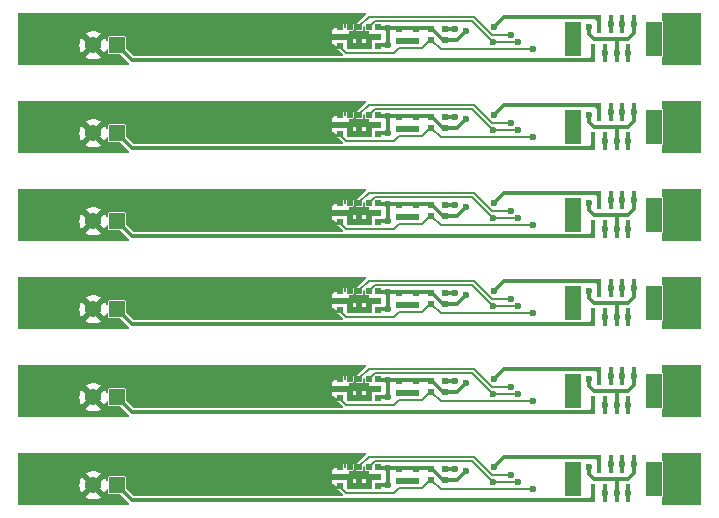
<source format=gbr>
%TF.GenerationSoftware,KiCad,Pcbnew,7.0.7-7.0.7~ubuntu22.04.1*%
%TF.CreationDate,2023-09-16T17:49:39-05:00*%
%TF.ProjectId,TOF_PANELIZED,544f465f-5041-44e4-954c-495a45442e6b,000*%
%TF.SameCoordinates,Original*%
%TF.FileFunction,Copper,L1,Top*%
%TF.FilePolarity,Positive*%
%FSLAX46Y46*%
G04 Gerber Fmt 4.6, Leading zero omitted, Abs format (unit mm)*
G04 Created by KiCad (PCBNEW 7.0.7-7.0.7~ubuntu22.04.1) date 2023-09-16 17:49:39*
%MOMM*%
%LPD*%
G01*
G04 APERTURE LIST*
%TA.AperFunction,ComponentPad*%
%ADD10R,1.368000X1.368000*%
%TD*%
%TA.AperFunction,ComponentPad*%
%ADD11C,1.368000*%
%TD*%
%TA.AperFunction,SMDPad,CuDef*%
%ADD12R,0.600000X0.490000*%
%TD*%
%TA.AperFunction,SMDPad,CuDef*%
%ADD13R,0.508000X0.508000*%
%TD*%
%TA.AperFunction,SMDPad,CuDef*%
%ADD14R,0.400000X1.600000*%
%TD*%
%TA.AperFunction,SMDPad,CuDef*%
%ADD15R,1.400000X2.900000*%
%TD*%
%TA.AperFunction,SMDPad,CuDef*%
%ADD16R,0.550000X0.500000*%
%TD*%
%TA.AperFunction,ViaPad*%
%ADD17C,0.600000*%
%TD*%
%TA.AperFunction,Conductor*%
%ADD18C,0.300000*%
%TD*%
%TA.AperFunction,Conductor*%
%ADD19C,0.150000*%
%TD*%
G04 APERTURE END LIST*
D10*
%TO.P,J2,1,1*%
%TO.N,VBATT*%
X56215000Y-67840000D03*
D11*
%TO.P,J2,2,2*%
%TO.N,GND*%
X54215000Y-67840000D03*
%TD*%
D12*
%TO.P,R1,1*%
%TO.N,XSHUT1*%
X82770000Y-59937000D03*
%TO.P,R1,2*%
%TO.N,V2.8*%
X82770000Y-59023000D03*
%TD*%
D13*
%TO.P,U1,1,AVDDVCSEL*%
%TO.N,V2.8*%
X78340200Y-67925100D03*
%TO.P,U1,2,AVSSVCSEL*%
%TO.N,GND*%
X77540100Y-67925100D03*
%TO.P,U1,3,GND*%
X76740000Y-67925100D03*
%TO.P,U1,4,GN2*%
X75939900Y-67925100D03*
%TO.P,U1,5,XSHUT*%
%TO.N,XSHUT1*%
X75139800Y-67925100D03*
%TO.P,U1,6,GND3*%
%TO.N,GND*%
X75139800Y-67125000D03*
%TO.P,U1,7,GPIO1*%
%TO.N,unconnected-(U1-GPIO1-Pad7)*%
X75139800Y-66324900D03*
%TO.P,U1,8,DNC*%
%TO.N,unconnected-(U1-DNC-Pad8)*%
X75939900Y-66324900D03*
%TO.P,U1,9,SDA*%
%TO.N,SDA*%
X76740000Y-66324900D03*
%TO.P,U1,10,SCL*%
%TO.N,SCL*%
X77540100Y-66324900D03*
%TO.P,U1,11,AVDD*%
%TO.N,V2.8*%
X78340200Y-66324900D03*
%TO.P,U1,12,GND4*%
%TO.N,GND*%
X78340200Y-67125000D03*
%TD*%
D14*
%TO.P,J1,1,1*%
%TO.N,VBATT*%
X96515000Y-31235000D03*
%TO.P,J1,2,2*%
%TO.N,V2.8*%
X97015000Y-28835000D03*
%TO.P,J1,3,3*%
%TO.N,XSHUT1*%
X97515000Y-31235000D03*
%TO.P,J1,4,4*%
%TO.N,XSHUT2*%
X98015000Y-28835000D03*
%TO.P,J1,5,5*%
%TO.N,GND*%
X98515000Y-31235000D03*
%TO.P,J1,6,6*%
%TO.N,SDA*%
X99015000Y-28835000D03*
%TO.P,J1,7,7*%
%TO.N,SCL*%
X99515000Y-31235000D03*
%TO.P,J1,8,8*%
%TO.N,GND*%
X100015000Y-28835000D03*
D15*
%TO.P,J1,S1,SHIELD*%
%TO.N,unconnected-(J1-SHIELD-PadS1)*%
X94815000Y-30035000D03*
%TO.P,J1,S2,SHIELD*%
%TO.N,unconnected-(J1-SHIELD-PadS2)*%
X101715000Y-30035000D03*
%TD*%
D12*
%TO.P,R2,1*%
%TO.N,XSHUT2*%
X83980000Y-44113000D03*
%TO.P,R2,2*%
%TO.N,V2.8*%
X83980000Y-45027000D03*
%TD*%
%TO.P,R2,1*%
%TO.N,XSHUT2*%
X83980000Y-29213000D03*
%TO.P,R2,2*%
%TO.N,V2.8*%
X83980000Y-30127000D03*
%TD*%
%TO.P,R2,1*%
%TO.N,XSHUT2*%
X83980000Y-51563000D03*
%TO.P,R2,2*%
%TO.N,V2.8*%
X83980000Y-52477000D03*
%TD*%
%TO.P,R1,1*%
%TO.N,XSHUT1*%
X82770000Y-52487000D03*
%TO.P,R1,2*%
%TO.N,V2.8*%
X82770000Y-51573000D03*
%TD*%
D10*
%TO.P,J2,1,1*%
%TO.N,VBATT*%
X56215000Y-60390000D03*
D11*
%TO.P,J2,2,2*%
%TO.N,GND*%
X54215000Y-60390000D03*
%TD*%
D16*
%TO.P,C2,1*%
%TO.N,V2.8*%
X81560000Y-36685000D03*
%TO.P,C2,2*%
%TO.N,GND*%
X81560000Y-37665000D03*
%TD*%
%TO.P,C2,1*%
%TO.N,V2.8*%
X81560000Y-66485000D03*
%TO.P,C2,2*%
%TO.N,GND*%
X81560000Y-67465000D03*
%TD*%
%TO.P,C2,1*%
%TO.N,V2.8*%
X81560000Y-59035000D03*
%TO.P,C2,2*%
%TO.N,GND*%
X81560000Y-60015000D03*
%TD*%
%TO.P,C1,1*%
%TO.N,V2.8*%
X80070000Y-51585000D03*
%TO.P,C1,2*%
%TO.N,GND*%
X80070000Y-52565000D03*
%TD*%
D10*
%TO.P,J2,1,1*%
%TO.N,VBATT*%
X56215000Y-38040000D03*
D11*
%TO.P,J2,2,2*%
%TO.N,GND*%
X54215000Y-38040000D03*
%TD*%
D12*
%TO.P,R2,1*%
%TO.N,XSHUT2*%
X83980000Y-59013000D03*
%TO.P,R2,2*%
%TO.N,V2.8*%
X83980000Y-59927000D03*
%TD*%
D13*
%TO.P,U1,1,AVDDVCSEL*%
%TO.N,V2.8*%
X78340200Y-45575100D03*
%TO.P,U1,2,AVSSVCSEL*%
%TO.N,GND*%
X77540100Y-45575100D03*
%TO.P,U1,3,GND*%
X76740000Y-45575100D03*
%TO.P,U1,4,GN2*%
X75939900Y-45575100D03*
%TO.P,U1,5,XSHUT*%
%TO.N,XSHUT1*%
X75139800Y-45575100D03*
%TO.P,U1,6,GND3*%
%TO.N,GND*%
X75139800Y-44775000D03*
%TO.P,U1,7,GPIO1*%
%TO.N,unconnected-(U1-GPIO1-Pad7)*%
X75139800Y-43974900D03*
%TO.P,U1,8,DNC*%
%TO.N,unconnected-(U1-DNC-Pad8)*%
X75939900Y-43974900D03*
%TO.P,U1,9,SDA*%
%TO.N,SDA*%
X76740000Y-43974900D03*
%TO.P,U1,10,SCL*%
%TO.N,SCL*%
X77540100Y-43974900D03*
%TO.P,U1,11,AVDD*%
%TO.N,V2.8*%
X78340200Y-43974900D03*
%TO.P,U1,12,GND4*%
%TO.N,GND*%
X78340200Y-44775000D03*
%TD*%
D12*
%TO.P,R1,1*%
%TO.N,XSHUT1*%
X82770000Y-45037000D03*
%TO.P,R1,2*%
%TO.N,V2.8*%
X82770000Y-44123000D03*
%TD*%
D16*
%TO.P,C2,1*%
%TO.N,V2.8*%
X81560000Y-44135000D03*
%TO.P,C2,2*%
%TO.N,GND*%
X81560000Y-45115000D03*
%TD*%
D14*
%TO.P,J1,1,1*%
%TO.N,VBATT*%
X96515000Y-53585000D03*
%TO.P,J1,2,2*%
%TO.N,V2.8*%
X97015000Y-51185000D03*
%TO.P,J1,3,3*%
%TO.N,XSHUT1*%
X97515000Y-53585000D03*
%TO.P,J1,4,4*%
%TO.N,XSHUT2*%
X98015000Y-51185000D03*
%TO.P,J1,5,5*%
%TO.N,GND*%
X98515000Y-53585000D03*
%TO.P,J1,6,6*%
%TO.N,SDA*%
X99015000Y-51185000D03*
%TO.P,J1,7,7*%
%TO.N,SCL*%
X99515000Y-53585000D03*
%TO.P,J1,8,8*%
%TO.N,GND*%
X100015000Y-51185000D03*
D15*
%TO.P,J1,S1,SHIELD*%
%TO.N,unconnected-(J1-SHIELD-PadS1)*%
X94815000Y-52385000D03*
%TO.P,J1,S2,SHIELD*%
%TO.N,unconnected-(J1-SHIELD-PadS2)*%
X101715000Y-52385000D03*
%TD*%
D10*
%TO.P,J2,1,1*%
%TO.N,VBATT*%
X56215000Y-30590000D03*
D11*
%TO.P,J2,2,2*%
%TO.N,GND*%
X54215000Y-30590000D03*
%TD*%
D13*
%TO.P,U1,1,AVDDVCSEL*%
%TO.N,V2.8*%
X78340200Y-30675100D03*
%TO.P,U1,2,AVSSVCSEL*%
%TO.N,GND*%
X77540100Y-30675100D03*
%TO.P,U1,3,GND*%
X76740000Y-30675100D03*
%TO.P,U1,4,GN2*%
X75939900Y-30675100D03*
%TO.P,U1,5,XSHUT*%
%TO.N,XSHUT1*%
X75139800Y-30675100D03*
%TO.P,U1,6,GND3*%
%TO.N,GND*%
X75139800Y-29875000D03*
%TO.P,U1,7,GPIO1*%
%TO.N,unconnected-(U1-GPIO1-Pad7)*%
X75139800Y-29074900D03*
%TO.P,U1,8,DNC*%
%TO.N,unconnected-(U1-DNC-Pad8)*%
X75939900Y-29074900D03*
%TO.P,U1,9,SDA*%
%TO.N,SDA*%
X76740000Y-29074900D03*
%TO.P,U1,10,SCL*%
%TO.N,SCL*%
X77540100Y-29074900D03*
%TO.P,U1,11,AVDD*%
%TO.N,V2.8*%
X78340200Y-29074900D03*
%TO.P,U1,12,GND4*%
%TO.N,GND*%
X78340200Y-29875000D03*
%TD*%
D14*
%TO.P,J1,1,1*%
%TO.N,VBATT*%
X96515000Y-68485000D03*
%TO.P,J1,2,2*%
%TO.N,V2.8*%
X97015000Y-66085000D03*
%TO.P,J1,3,3*%
%TO.N,XSHUT1*%
X97515000Y-68485000D03*
%TO.P,J1,4,4*%
%TO.N,XSHUT2*%
X98015000Y-66085000D03*
%TO.P,J1,5,5*%
%TO.N,GND*%
X98515000Y-68485000D03*
%TO.P,J1,6,6*%
%TO.N,SDA*%
X99015000Y-66085000D03*
%TO.P,J1,7,7*%
%TO.N,SCL*%
X99515000Y-68485000D03*
%TO.P,J1,8,8*%
%TO.N,GND*%
X100015000Y-66085000D03*
D15*
%TO.P,J1,S1,SHIELD*%
%TO.N,unconnected-(J1-SHIELD-PadS1)*%
X94815000Y-67285000D03*
%TO.P,J1,S2,SHIELD*%
%TO.N,unconnected-(J1-SHIELD-PadS2)*%
X101715000Y-67285000D03*
%TD*%
D14*
%TO.P,J1,1,1*%
%TO.N,VBATT*%
X96515000Y-61035000D03*
%TO.P,J1,2,2*%
%TO.N,V2.8*%
X97015000Y-58635000D03*
%TO.P,J1,3,3*%
%TO.N,XSHUT1*%
X97515000Y-61035000D03*
%TO.P,J1,4,4*%
%TO.N,XSHUT2*%
X98015000Y-58635000D03*
%TO.P,J1,5,5*%
%TO.N,GND*%
X98515000Y-61035000D03*
%TO.P,J1,6,6*%
%TO.N,SDA*%
X99015000Y-58635000D03*
%TO.P,J1,7,7*%
%TO.N,SCL*%
X99515000Y-61035000D03*
%TO.P,J1,8,8*%
%TO.N,GND*%
X100015000Y-58635000D03*
D15*
%TO.P,J1,S1,SHIELD*%
%TO.N,unconnected-(J1-SHIELD-PadS1)*%
X94815000Y-59835000D03*
%TO.P,J1,S2,SHIELD*%
%TO.N,unconnected-(J1-SHIELD-PadS2)*%
X101715000Y-59835000D03*
%TD*%
D16*
%TO.P,C1,1*%
%TO.N,V2.8*%
X80070000Y-59035000D03*
%TO.P,C1,2*%
%TO.N,GND*%
X80070000Y-60015000D03*
%TD*%
D12*
%TO.P,R1,1*%
%TO.N,XSHUT1*%
X82770000Y-67387000D03*
%TO.P,R1,2*%
%TO.N,V2.8*%
X82770000Y-66473000D03*
%TD*%
D16*
%TO.P,C2,1*%
%TO.N,V2.8*%
X81560000Y-29235000D03*
%TO.P,C2,2*%
%TO.N,GND*%
X81560000Y-30215000D03*
%TD*%
D13*
%TO.P,U1,1,AVDDVCSEL*%
%TO.N,V2.8*%
X78340200Y-38125100D03*
%TO.P,U1,2,AVSSVCSEL*%
%TO.N,GND*%
X77540100Y-38125100D03*
%TO.P,U1,3,GND*%
X76740000Y-38125100D03*
%TO.P,U1,4,GN2*%
X75939900Y-38125100D03*
%TO.P,U1,5,XSHUT*%
%TO.N,XSHUT1*%
X75139800Y-38125100D03*
%TO.P,U1,6,GND3*%
%TO.N,GND*%
X75139800Y-37325000D03*
%TO.P,U1,7,GPIO1*%
%TO.N,unconnected-(U1-GPIO1-Pad7)*%
X75139800Y-36524900D03*
%TO.P,U1,8,DNC*%
%TO.N,unconnected-(U1-DNC-Pad8)*%
X75939900Y-36524900D03*
%TO.P,U1,9,SDA*%
%TO.N,SDA*%
X76740000Y-36524900D03*
%TO.P,U1,10,SCL*%
%TO.N,SCL*%
X77540100Y-36524900D03*
%TO.P,U1,11,AVDD*%
%TO.N,V2.8*%
X78340200Y-36524900D03*
%TO.P,U1,12,GND4*%
%TO.N,GND*%
X78340200Y-37325000D03*
%TD*%
D14*
%TO.P,J1,1,1*%
%TO.N,VBATT*%
X96515000Y-38685000D03*
%TO.P,J1,2,2*%
%TO.N,V2.8*%
X97015000Y-36285000D03*
%TO.P,J1,3,3*%
%TO.N,XSHUT1*%
X97515000Y-38685000D03*
%TO.P,J1,4,4*%
%TO.N,XSHUT2*%
X98015000Y-36285000D03*
%TO.P,J1,5,5*%
%TO.N,GND*%
X98515000Y-38685000D03*
%TO.P,J1,6,6*%
%TO.N,SDA*%
X99015000Y-36285000D03*
%TO.P,J1,7,7*%
%TO.N,SCL*%
X99515000Y-38685000D03*
%TO.P,J1,8,8*%
%TO.N,GND*%
X100015000Y-36285000D03*
D15*
%TO.P,J1,S1,SHIELD*%
%TO.N,unconnected-(J1-SHIELD-PadS1)*%
X94815000Y-37485000D03*
%TO.P,J1,S2,SHIELD*%
%TO.N,unconnected-(J1-SHIELD-PadS2)*%
X101715000Y-37485000D03*
%TD*%
D12*
%TO.P,R2,1*%
%TO.N,XSHUT2*%
X83980000Y-66463000D03*
%TO.P,R2,2*%
%TO.N,V2.8*%
X83980000Y-67377000D03*
%TD*%
D16*
%TO.P,C1,1*%
%TO.N,V2.8*%
X80070000Y-44135000D03*
%TO.P,C1,2*%
%TO.N,GND*%
X80070000Y-45115000D03*
%TD*%
D14*
%TO.P,J1,1,1*%
%TO.N,VBATT*%
X96515000Y-46135000D03*
%TO.P,J1,2,2*%
%TO.N,V2.8*%
X97015000Y-43735000D03*
%TO.P,J1,3,3*%
%TO.N,XSHUT1*%
X97515000Y-46135000D03*
%TO.P,J1,4,4*%
%TO.N,XSHUT2*%
X98015000Y-43735000D03*
%TO.P,J1,5,5*%
%TO.N,GND*%
X98515000Y-46135000D03*
%TO.P,J1,6,6*%
%TO.N,SDA*%
X99015000Y-43735000D03*
%TO.P,J1,7,7*%
%TO.N,SCL*%
X99515000Y-46135000D03*
%TO.P,J1,8,8*%
%TO.N,GND*%
X100015000Y-43735000D03*
D15*
%TO.P,J1,S1,SHIELD*%
%TO.N,unconnected-(J1-SHIELD-PadS1)*%
X94815000Y-44935000D03*
%TO.P,J1,S2,SHIELD*%
%TO.N,unconnected-(J1-SHIELD-PadS2)*%
X101715000Y-44935000D03*
%TD*%
D12*
%TO.P,R2,1*%
%TO.N,XSHUT2*%
X83980000Y-36663000D03*
%TO.P,R2,2*%
%TO.N,V2.8*%
X83980000Y-37577000D03*
%TD*%
%TO.P,R1,1*%
%TO.N,XSHUT1*%
X82770000Y-30137000D03*
%TO.P,R1,2*%
%TO.N,V2.8*%
X82770000Y-29223000D03*
%TD*%
D13*
%TO.P,U1,1,AVDDVCSEL*%
%TO.N,V2.8*%
X78340200Y-53025100D03*
%TO.P,U1,2,AVSSVCSEL*%
%TO.N,GND*%
X77540100Y-53025100D03*
%TO.P,U1,3,GND*%
X76740000Y-53025100D03*
%TO.P,U1,4,GN2*%
X75939900Y-53025100D03*
%TO.P,U1,5,XSHUT*%
%TO.N,XSHUT1*%
X75139800Y-53025100D03*
%TO.P,U1,6,GND3*%
%TO.N,GND*%
X75139800Y-52225000D03*
%TO.P,U1,7,GPIO1*%
%TO.N,unconnected-(U1-GPIO1-Pad7)*%
X75139800Y-51424900D03*
%TO.P,U1,8,DNC*%
%TO.N,unconnected-(U1-DNC-Pad8)*%
X75939900Y-51424900D03*
%TO.P,U1,9,SDA*%
%TO.N,SDA*%
X76740000Y-51424900D03*
%TO.P,U1,10,SCL*%
%TO.N,SCL*%
X77540100Y-51424900D03*
%TO.P,U1,11,AVDD*%
%TO.N,V2.8*%
X78340200Y-51424900D03*
%TO.P,U1,12,GND4*%
%TO.N,GND*%
X78340200Y-52225000D03*
%TD*%
D16*
%TO.P,C1,1*%
%TO.N,V2.8*%
X80070000Y-36685000D03*
%TO.P,C1,2*%
%TO.N,GND*%
X80070000Y-37665000D03*
%TD*%
D12*
%TO.P,R1,1*%
%TO.N,XSHUT1*%
X82770000Y-37587000D03*
%TO.P,R1,2*%
%TO.N,V2.8*%
X82770000Y-36673000D03*
%TD*%
D16*
%TO.P,C1,1*%
%TO.N,V2.8*%
X80070000Y-29235000D03*
%TO.P,C1,2*%
%TO.N,GND*%
X80070000Y-30215000D03*
%TD*%
D10*
%TO.P,J2,1,1*%
%TO.N,VBATT*%
X56215000Y-52940000D03*
D11*
%TO.P,J2,2,2*%
%TO.N,GND*%
X54215000Y-52940000D03*
%TD*%
D10*
%TO.P,J2,1,1*%
%TO.N,VBATT*%
X56215000Y-45490000D03*
D11*
%TO.P,J2,2,2*%
%TO.N,GND*%
X54215000Y-45490000D03*
%TD*%
D16*
%TO.P,C2,1*%
%TO.N,V2.8*%
X81560000Y-51585000D03*
%TO.P,C2,2*%
%TO.N,GND*%
X81560000Y-52565000D03*
%TD*%
%TO.P,C1,1*%
%TO.N,V2.8*%
X80070000Y-66485000D03*
%TO.P,C1,2*%
%TO.N,GND*%
X80070000Y-67465000D03*
%TD*%
D13*
%TO.P,U1,1,AVDDVCSEL*%
%TO.N,V2.8*%
X78340200Y-60475100D03*
%TO.P,U1,2,AVSSVCSEL*%
%TO.N,GND*%
X77540100Y-60475100D03*
%TO.P,U1,3,GND*%
X76740000Y-60475100D03*
%TO.P,U1,4,GN2*%
X75939900Y-60475100D03*
%TO.P,U1,5,XSHUT*%
%TO.N,XSHUT1*%
X75139800Y-60475100D03*
%TO.P,U1,6,GND3*%
%TO.N,GND*%
X75139800Y-59675000D03*
%TO.P,U1,7,GPIO1*%
%TO.N,unconnected-(U1-GPIO1-Pad7)*%
X75139800Y-58874900D03*
%TO.P,U1,8,DNC*%
%TO.N,unconnected-(U1-DNC-Pad8)*%
X75939900Y-58874900D03*
%TO.P,U1,9,SDA*%
%TO.N,SDA*%
X76740000Y-58874900D03*
%TO.P,U1,10,SCL*%
%TO.N,SCL*%
X77540100Y-58874900D03*
%TO.P,U1,11,AVDD*%
%TO.N,V2.8*%
X78340200Y-58874900D03*
%TO.P,U1,12,GND4*%
%TO.N,GND*%
X78340200Y-59675000D03*
%TD*%
D17*
%TO.N,GND*%
X48882533Y-53675000D03*
X71450000Y-59805000D03*
X73150000Y-28675000D03*
X104830000Y-58475000D03*
X58910000Y-37465000D03*
X48882533Y-58475000D03*
X48882533Y-61125000D03*
X48882533Y-31325000D03*
X104830000Y-31325000D03*
X71450000Y-67255000D03*
X58910000Y-30015000D03*
X104830000Y-68575000D03*
X48882533Y-65925000D03*
X98515000Y-38735000D03*
X104830000Y-43575000D03*
X73150000Y-58475000D03*
X73150000Y-53395000D03*
X96180000Y-36510000D03*
X96180000Y-51410000D03*
X73150000Y-43575000D03*
X48882533Y-51025000D03*
X80804992Y-60015008D03*
X100015000Y-36285000D03*
X71450000Y-52355000D03*
X58910000Y-44915000D03*
X71450000Y-30005000D03*
X58910000Y-59815000D03*
X96180000Y-29060000D03*
X104830000Y-38775000D03*
X100015000Y-58635000D03*
X73150000Y-65925000D03*
X48882533Y-38775000D03*
X73150000Y-45945000D03*
X100015000Y-43735000D03*
X104830000Y-61125000D03*
X104830000Y-53675000D03*
X98515000Y-53635000D03*
X73150000Y-38495000D03*
X98515000Y-68535000D03*
X73150000Y-68295000D03*
X73150000Y-60845000D03*
X65180000Y-67255000D03*
X98515000Y-46185000D03*
X48882533Y-36125000D03*
X65180000Y-52355000D03*
X65180000Y-37455000D03*
X73150000Y-51025000D03*
X58910000Y-67265000D03*
X58910000Y-52365000D03*
X104830000Y-36125000D03*
X80804992Y-67465008D03*
X104830000Y-65925000D03*
X80804992Y-37665008D03*
X48882533Y-28675000D03*
X48882533Y-43575000D03*
X100015000Y-66085000D03*
X98515000Y-31285000D03*
X96180000Y-43960000D03*
X104830000Y-28675000D03*
X80804992Y-30215008D03*
X80804992Y-52565008D03*
X48882533Y-68575000D03*
X65180000Y-59805000D03*
X48882533Y-46225000D03*
X100015000Y-51185000D03*
X104830000Y-46225000D03*
X98515000Y-61085000D03*
X65180000Y-30005000D03*
X65180000Y-44905000D03*
X104830000Y-51025000D03*
X71450000Y-44905000D03*
X96180000Y-66310000D03*
X100015000Y-28835000D03*
X96180000Y-58860000D03*
X73150000Y-31045000D03*
X71450000Y-37455000D03*
X80804992Y-45115008D03*
X73150000Y-36125000D03*
%TO.N,V2.8*%
X79200000Y-60380000D03*
X88149998Y-51400002D03*
X88149998Y-43950002D03*
X79200000Y-66420000D03*
X88149998Y-66300002D03*
X79200000Y-36620000D03*
X88149998Y-29050002D03*
X85770000Y-51730000D03*
X88149998Y-36500002D03*
X79200000Y-52930000D03*
X79200000Y-51520000D03*
X79200000Y-44070000D03*
X85770000Y-36830000D03*
X79200000Y-38030000D03*
X79200000Y-29170000D03*
X79200000Y-67830000D03*
X85770000Y-44280000D03*
X85770000Y-29380000D03*
X79200000Y-30580000D03*
X88149998Y-58850002D03*
X85770000Y-59180000D03*
X79200000Y-45480000D03*
X79200000Y-58970000D03*
X85770000Y-66630000D03*
%TO.N,XSHUT2*%
X84826984Y-59013000D03*
X98015000Y-43735000D03*
X98015000Y-51185000D03*
X98015000Y-66085000D03*
X98015000Y-28835000D03*
X98015000Y-36285000D03*
X84826984Y-51563000D03*
X84826984Y-29213000D03*
X84826984Y-36663000D03*
X98015000Y-58635000D03*
X84826984Y-44113000D03*
X84826984Y-66463000D03*
%TO.N,XSHUT1*%
X97515000Y-38685000D03*
X91460000Y-30950000D03*
X91460000Y-60750000D03*
X97515000Y-31235000D03*
X91460000Y-38400000D03*
X97515000Y-53585000D03*
X97515000Y-68485000D03*
X97515000Y-61035000D03*
X91460000Y-68200000D03*
X91460000Y-45850000D03*
X91460000Y-53300000D03*
X97515000Y-46135000D03*
%TO.N,SDA*%
X99015000Y-51185000D03*
X99015000Y-66085000D03*
X89590000Y-44610000D03*
X89590000Y-29710000D03*
X99015000Y-28835000D03*
X89590000Y-37160000D03*
X89590000Y-52060000D03*
X89590000Y-59510000D03*
X89590000Y-66960000D03*
X99015000Y-36285000D03*
X99015000Y-43735000D03*
X99015000Y-58635000D03*
%TO.N,SCL*%
X90170000Y-60130002D03*
X88060002Y-30330002D03*
X88060002Y-52680002D03*
X88060002Y-60130002D03*
X88060002Y-67580002D03*
X90170000Y-30330002D03*
X99515000Y-31285000D03*
X99515000Y-38735000D03*
X99515000Y-61085000D03*
X90170000Y-52680002D03*
X90170000Y-45230002D03*
X88060002Y-37780002D03*
X99515000Y-68535000D03*
X88060002Y-45230002D03*
X90170000Y-37780002D03*
X99515000Y-46185000D03*
X90170000Y-67580002D03*
X99515000Y-53635000D03*
%TD*%
D18*
%TO.N,GND*%
X98515000Y-68485000D02*
X98515000Y-67295000D01*
X98515000Y-53585000D02*
X98515000Y-52395000D01*
X75139800Y-52225000D02*
X78340200Y-52225000D01*
X100015000Y-66775000D02*
X100015000Y-66085000D01*
X75939900Y-53025100D02*
X75939900Y-52225000D01*
X99500000Y-67290000D02*
X100015000Y-66775000D01*
X75939900Y-38125100D02*
X75939900Y-37325000D01*
X96180000Y-44530002D02*
X96589998Y-44940000D01*
X100015000Y-59325000D02*
X100015000Y-58635000D01*
X96589998Y-59840000D02*
X99500000Y-59840000D01*
X100015000Y-29525000D02*
X100015000Y-28835000D01*
X77540100Y-38125100D02*
X77540100Y-37325000D01*
X100015000Y-51875000D02*
X100015000Y-51185000D01*
X98515000Y-46135000D02*
X98515000Y-44945000D01*
X80804984Y-67465000D02*
X80804992Y-67465008D01*
X80805000Y-45115000D02*
X80804992Y-45115008D01*
X96180000Y-43960000D02*
X96180000Y-44530002D01*
X75139800Y-44775000D02*
X78340200Y-44775000D01*
X96180000Y-66880002D02*
X96589998Y-67290000D01*
X81560000Y-45115000D02*
X80805000Y-45115000D01*
X96180000Y-29060000D02*
X96180000Y-29630002D01*
X99500000Y-52390000D02*
X100015000Y-51875000D01*
X96589998Y-30040000D02*
X99500000Y-30040000D01*
X76740000Y-67925100D02*
X76740000Y-67125000D01*
X99500000Y-37490000D02*
X100015000Y-36975000D01*
X96180000Y-37080002D02*
X96589998Y-37490000D01*
X80805000Y-52565000D02*
X80804992Y-52565008D01*
X81560000Y-60015000D02*
X80805000Y-60015000D01*
X96589998Y-52390000D02*
X99500000Y-52390000D01*
X75939900Y-67925100D02*
X75939900Y-67125000D01*
X75939900Y-60475100D02*
X75939900Y-59675000D01*
X80804984Y-45115000D02*
X80804992Y-45115008D01*
X80804984Y-30215000D02*
X80804992Y-30215008D01*
X77540100Y-30675100D02*
X77540100Y-29875000D01*
X100015000Y-36975000D02*
X100015000Y-36285000D01*
X81560000Y-30215000D02*
X80805000Y-30215000D01*
X76740000Y-60475100D02*
X76740000Y-59675000D01*
X80804984Y-37665000D02*
X80804992Y-37665008D01*
X98515000Y-38685000D02*
X98515000Y-37495000D01*
X96589998Y-67290000D02*
X99500000Y-67290000D01*
X99500000Y-44940000D02*
X100015000Y-44425000D01*
X96180000Y-59430002D02*
X96589998Y-59840000D01*
X76740000Y-30675100D02*
X76740000Y-29875000D01*
X96180000Y-51410000D02*
X96180000Y-51980002D01*
X96180000Y-66310000D02*
X96180000Y-66880002D01*
X75939900Y-45575100D02*
X75939900Y-44775000D01*
X76740000Y-53025100D02*
X76740000Y-52225000D01*
X77540100Y-53025100D02*
X77540100Y-52225000D01*
X96180000Y-36510000D02*
X96180000Y-37080002D01*
X80805000Y-37665000D02*
X80804992Y-37665008D01*
X80070000Y-30215000D02*
X80804984Y-30215000D01*
X75139800Y-37325000D02*
X78340200Y-37325000D01*
X80070000Y-52565000D02*
X80804984Y-52565000D01*
X96180000Y-58860000D02*
X96180000Y-59430002D01*
X80070000Y-67465000D02*
X80804984Y-67465000D01*
X75139800Y-67125000D02*
X78340200Y-67125000D01*
X80804984Y-60015000D02*
X80804992Y-60015008D01*
X99500000Y-30040000D02*
X100015000Y-29525000D01*
X76740000Y-45575100D02*
X76740000Y-44775000D01*
X77540100Y-45575100D02*
X77540100Y-44775000D01*
X96180000Y-51980002D02*
X96589998Y-52390000D01*
X100015000Y-44425000D02*
X100015000Y-43735000D01*
X81560000Y-37665000D02*
X80805000Y-37665000D01*
X80804984Y-52565000D02*
X80804992Y-52565008D01*
X80805000Y-30215000D02*
X80804992Y-30215008D01*
X96589998Y-37490000D02*
X99500000Y-37490000D01*
X81560000Y-67465000D02*
X80805000Y-67465000D01*
X80070000Y-60015000D02*
X80804984Y-60015000D01*
X76740000Y-38125100D02*
X76740000Y-37325000D01*
X98515000Y-31235000D02*
X98515000Y-30045000D01*
X80070000Y-45115000D02*
X80804984Y-45115000D01*
X75139800Y-29875000D02*
X78340200Y-29875000D01*
X80070000Y-37665000D02*
X80804984Y-37665000D01*
X80805000Y-60015000D02*
X80804992Y-60015008D01*
X75939900Y-30675100D02*
X75939900Y-29875000D01*
X96180000Y-29630002D02*
X96589998Y-30040000D01*
X99500000Y-59840000D02*
X100015000Y-59325000D01*
X77540100Y-67925100D02*
X77540100Y-67125000D01*
X80805000Y-67465000D02*
X80804992Y-67465008D01*
X81560000Y-52565000D02*
X80805000Y-52565000D01*
X98515000Y-61035000D02*
X98515000Y-59845000D01*
X75139800Y-59675000D02*
X78340200Y-59675000D01*
X96589998Y-44940000D02*
X99500000Y-44940000D01*
X77540100Y-60475100D02*
X77540100Y-59675000D01*
%TO.N,V2.8*%
X79200000Y-44070000D02*
X82770000Y-44070000D01*
X79200000Y-67810000D02*
X79200000Y-66410000D01*
X82903000Y-59023000D02*
X83822000Y-59942000D01*
X79200000Y-60380000D02*
X78340200Y-60380000D01*
X83822000Y-52492000D02*
X84580000Y-52492000D01*
X88965001Y-43134999D02*
X88149998Y-43950002D01*
X88965001Y-65484999D02*
X88149998Y-66300002D01*
X84460000Y-52492000D02*
X85008000Y-52492000D01*
X85008000Y-67392000D02*
X85770000Y-66630000D01*
X96744999Y-58034999D02*
X88965001Y-58034999D01*
X79200000Y-29170000D02*
X78340200Y-29170000D01*
X88965001Y-58034999D02*
X88149998Y-58850002D01*
X85008000Y-59942000D02*
X85770000Y-59180000D01*
X88965001Y-35684999D02*
X88149998Y-36500002D01*
X82903000Y-66473000D02*
X83822000Y-67392000D01*
X83822000Y-67392000D02*
X84580000Y-67392000D01*
X79200000Y-52910000D02*
X79200000Y-51510000D01*
X79200000Y-51520000D02*
X82770000Y-51520000D01*
X79200000Y-66420000D02*
X82770000Y-66420000D01*
X97015000Y-43405000D02*
X96744999Y-43134999D01*
X97015000Y-65755000D02*
X96744999Y-65484999D01*
X79200000Y-38010000D02*
X79200000Y-36610000D01*
X85008000Y-45042000D02*
X85770000Y-44280000D01*
X97015000Y-36285000D02*
X97015000Y-35955000D01*
X79200000Y-44070000D02*
X78340200Y-44070000D01*
X97015000Y-28505000D02*
X96744999Y-28234999D01*
X97015000Y-28835000D02*
X97015000Y-28505000D01*
X97015000Y-35955000D02*
X96744999Y-35684999D01*
X97015000Y-58635000D02*
X97015000Y-58305000D01*
X96840000Y-35635000D02*
X96800000Y-35635000D01*
X97015000Y-51185000D02*
X97015000Y-50855000D01*
X79200000Y-60360000D02*
X79200000Y-58960000D01*
X97015000Y-58305000D02*
X96744999Y-58034999D01*
X97015000Y-43735000D02*
X97015000Y-43405000D01*
X79200000Y-30560000D02*
X79200000Y-29160000D01*
X96744999Y-65484999D02*
X88965001Y-65484999D01*
X84460000Y-45042000D02*
X85008000Y-45042000D01*
X96744999Y-43134999D02*
X88965001Y-43134999D01*
X79200000Y-30580000D02*
X78340200Y-30580000D01*
X84460000Y-37592000D02*
X85008000Y-37592000D01*
X82903000Y-51573000D02*
X83822000Y-52492000D01*
X96840000Y-50535000D02*
X96800000Y-50535000D01*
X84460000Y-67392000D02*
X85008000Y-67392000D01*
X85008000Y-37592000D02*
X85770000Y-36830000D01*
X83822000Y-37592000D02*
X84580000Y-37592000D01*
X79200000Y-36620000D02*
X78340200Y-36620000D01*
X79200000Y-58970000D02*
X82770000Y-58970000D01*
X82903000Y-36673000D02*
X83822000Y-37592000D01*
X88965001Y-28234999D02*
X88149998Y-29050002D01*
X79200000Y-52930000D02*
X78340200Y-52930000D01*
X96744999Y-28234999D02*
X88965001Y-28234999D01*
X79200000Y-67830000D02*
X78340200Y-67830000D01*
X97015000Y-50855000D02*
X96744999Y-50584999D01*
X96744999Y-50584999D02*
X88965001Y-50584999D01*
X85008000Y-30142000D02*
X85770000Y-29380000D01*
X96840000Y-65435000D02*
X96800000Y-65435000D01*
X79200000Y-58970000D02*
X78340200Y-58970000D01*
X84460000Y-59942000D02*
X85008000Y-59942000D01*
X79200000Y-38030000D02*
X78340200Y-38030000D01*
X83822000Y-45042000D02*
X84580000Y-45042000D01*
X79200000Y-45480000D02*
X78340200Y-45480000D01*
X82903000Y-44123000D02*
X83822000Y-45042000D01*
X88965001Y-50584999D02*
X88149998Y-51400002D01*
X84460000Y-30142000D02*
X85008000Y-30142000D01*
X97015000Y-66085000D02*
X97015000Y-65755000D01*
X85008000Y-52492000D02*
X85770000Y-51730000D01*
X96840000Y-43085000D02*
X96800000Y-43085000D01*
X79200000Y-29170000D02*
X82770000Y-29170000D01*
X83822000Y-59942000D02*
X84580000Y-59942000D01*
X96840000Y-28185000D02*
X96800000Y-28185000D01*
X96744999Y-35684999D02*
X88965001Y-35684999D01*
X82903000Y-29223000D02*
X83822000Y-30142000D01*
X79200000Y-36620000D02*
X82770000Y-36620000D01*
X79200000Y-66420000D02*
X78340200Y-66420000D01*
X79200000Y-51520000D02*
X78340200Y-51520000D01*
X79200000Y-45460000D02*
X79200000Y-44060000D01*
X96840000Y-57985000D02*
X96800000Y-57985000D01*
X83822000Y-30142000D02*
X84580000Y-30142000D01*
%TO.N,VBATT*%
X57460001Y-39285001D02*
X96314999Y-39285001D01*
X56215000Y-38040000D02*
X57460001Y-39285001D01*
X96314999Y-54185001D02*
X96515000Y-53985000D01*
X56215000Y-67840000D02*
X57460001Y-69085001D01*
X96314999Y-46735001D02*
X96515000Y-46535000D01*
X96314999Y-39285001D02*
X96515000Y-39085000D01*
X56215000Y-52940000D02*
X57460001Y-54185001D01*
X96314999Y-61635001D02*
X96515000Y-61435000D01*
X57460001Y-61635001D02*
X96314999Y-61635001D01*
X56215000Y-45490000D02*
X57460001Y-46735001D01*
X56215000Y-30590000D02*
X57460001Y-31835001D01*
X96515000Y-39085000D02*
X96515000Y-38685000D01*
X96320000Y-54234999D02*
X96360000Y-54234999D01*
X56215000Y-60390000D02*
X57460001Y-61635001D01*
X96320000Y-61684999D02*
X96360000Y-61684999D01*
X96515000Y-31635000D02*
X96515000Y-31235000D01*
X57460001Y-54185001D02*
X96314999Y-54185001D01*
X96515000Y-46535000D02*
X96515000Y-46135000D01*
X57460001Y-31835001D02*
X96314999Y-31835001D01*
X96320000Y-39334999D02*
X96360000Y-39334999D01*
X57460001Y-69085001D02*
X96314999Y-69085001D01*
X96515000Y-53985000D02*
X96515000Y-53585000D01*
X96515000Y-61435000D02*
X96515000Y-61035000D01*
X96320000Y-46784999D02*
X96360000Y-46784999D01*
X96314999Y-69085001D02*
X96515000Y-68885000D01*
X96515000Y-68885000D02*
X96515000Y-68485000D01*
X57460001Y-46735001D02*
X96314999Y-46735001D01*
X96314999Y-31835001D02*
X96515000Y-31635000D01*
X96320000Y-69134999D02*
X96360000Y-69134999D01*
X96320000Y-31884999D02*
X96360000Y-31884999D01*
%TO.N,XSHUT2*%
X83980000Y-66463000D02*
X84826984Y-66463000D01*
X83980000Y-59013000D02*
X84826984Y-59013000D01*
X83980000Y-51563000D02*
X84826984Y-51563000D01*
X83980000Y-36663000D02*
X84826984Y-36663000D01*
X83980000Y-29213000D02*
X84826984Y-29213000D01*
X83980000Y-44113000D02*
X84826984Y-44113000D01*
D19*
%TO.N,XSHUT1*%
X82713000Y-59937000D02*
X82030000Y-60620000D01*
X82807000Y-30137000D02*
X83620000Y-30950000D01*
X82713000Y-37587000D02*
X82030000Y-38270000D01*
X75609999Y-31249999D02*
X75139800Y-30779800D01*
X83880000Y-60750000D02*
X91460000Y-60750000D01*
X82807000Y-52487000D02*
X83620000Y-53300000D01*
X82713000Y-45037000D02*
X82030000Y-45720000D01*
X83620000Y-45850000D02*
X83880000Y-45850000D01*
X83620000Y-38400000D02*
X83880000Y-38400000D01*
X79639999Y-68499999D02*
X75609999Y-68499999D01*
X83620000Y-60750000D02*
X83880000Y-60750000D01*
X79639999Y-31249999D02*
X75609999Y-31249999D01*
X75609999Y-68499999D02*
X75139800Y-68029800D01*
X75609999Y-46149999D02*
X75139800Y-45679800D01*
X75139800Y-38229800D02*
X75139800Y-38125100D01*
X82030000Y-60620000D02*
X80069998Y-60620000D01*
X79639999Y-53599999D02*
X75609999Y-53599999D01*
X75139800Y-60579800D02*
X75139800Y-60475100D01*
X82807000Y-37587000D02*
X83620000Y-38400000D01*
X82030000Y-45720000D02*
X80069998Y-45720000D01*
X75139800Y-30779800D02*
X75139800Y-30675100D01*
X80069998Y-68070000D02*
X79639999Y-68499999D01*
X75139800Y-53129800D02*
X75139800Y-53025100D01*
X80069998Y-60620000D02*
X79639999Y-61049999D01*
X83880000Y-45850000D02*
X91460000Y-45850000D01*
X82030000Y-53170000D02*
X80069998Y-53170000D01*
X75609999Y-53599999D02*
X75139800Y-53129800D01*
X82713000Y-52487000D02*
X82030000Y-53170000D01*
X80069998Y-53170000D02*
X79639999Y-53599999D01*
X82713000Y-67387000D02*
X82030000Y-68070000D01*
X83620000Y-53300000D02*
X83880000Y-53300000D01*
X83880000Y-68200000D02*
X91460000Y-68200000D01*
X83620000Y-68200000D02*
X83880000Y-68200000D01*
X80069998Y-38270000D02*
X79639999Y-38699999D01*
X83880000Y-30950000D02*
X91460000Y-30950000D01*
X75609999Y-61049999D02*
X75139800Y-60579800D01*
X79639999Y-46149999D02*
X75609999Y-46149999D01*
X82030000Y-38270000D02*
X80069998Y-38270000D01*
X82030000Y-30820000D02*
X80069998Y-30820000D01*
X79639999Y-61049999D02*
X75609999Y-61049999D01*
X75139800Y-45679800D02*
X75139800Y-45575100D01*
X82713000Y-30137000D02*
X82030000Y-30820000D01*
X83880000Y-53300000D02*
X91460000Y-53300000D01*
X83620000Y-30950000D02*
X83880000Y-30950000D01*
X82030000Y-68070000D02*
X80069998Y-68070000D01*
X83880000Y-38400000D02*
X91460000Y-38400000D01*
X82807000Y-45037000D02*
X83620000Y-45850000D01*
X80069998Y-45720000D02*
X79639999Y-46149999D01*
X80069998Y-30820000D02*
X79639999Y-31249999D01*
X82807000Y-67387000D02*
X83620000Y-68200000D01*
X82807000Y-59937000D02*
X83620000Y-60750000D01*
X79639999Y-38699999D02*
X75609999Y-38699999D01*
X75139800Y-68029800D02*
X75139800Y-67925100D01*
X75609999Y-38699999D02*
X75139800Y-38229800D01*
%TO.N,SDA*%
X76740000Y-28970000D02*
X77530000Y-28180000D01*
X76740000Y-51320000D02*
X77530000Y-50530000D01*
X76740000Y-58770000D02*
X77530000Y-57980000D01*
X76740000Y-36420000D02*
X77530000Y-35630000D01*
X76740000Y-51424900D02*
X76740000Y-51320000D01*
X87958992Y-29710000D02*
X89590000Y-29710000D01*
X77530000Y-28180000D02*
X86428992Y-28180000D01*
X86428992Y-65430000D02*
X87958992Y-66960000D01*
X76740000Y-58874900D02*
X76740000Y-58770000D01*
X87958992Y-66960000D02*
X89590000Y-66960000D01*
X77530000Y-57980000D02*
X86428992Y-57980000D01*
X76740000Y-29074900D02*
X76740000Y-28970000D01*
X87958992Y-37160000D02*
X89590000Y-37160000D01*
X86428992Y-57980000D02*
X87958992Y-59510000D01*
X76740000Y-43974900D02*
X76740000Y-43870000D01*
X86428992Y-43080000D02*
X87958992Y-44610000D01*
X77530000Y-65430000D02*
X86428992Y-65430000D01*
X76740000Y-43870000D02*
X77530000Y-43080000D01*
X86428992Y-50530000D02*
X87958992Y-52060000D01*
X86428992Y-28180000D02*
X87958992Y-29710000D01*
X86428992Y-35630000D02*
X87958992Y-37160000D01*
X77530000Y-43080000D02*
X86428992Y-43080000D01*
X87958992Y-59510000D02*
X89590000Y-59510000D01*
X87958992Y-44610000D02*
X89590000Y-44610000D01*
X77530000Y-50530000D02*
X86428992Y-50530000D01*
X77530000Y-35630000D02*
X86428992Y-35630000D01*
X87958992Y-52060000D02*
X89590000Y-52060000D01*
X76740000Y-66324900D02*
X76740000Y-66220000D01*
X76740000Y-36524900D02*
X76740000Y-36420000D01*
X76740000Y-66220000D02*
X77530000Y-65430000D01*
%TO.N,SCL*%
X86260000Y-35980000D02*
X88060002Y-37780002D01*
X86260000Y-58330000D02*
X88060002Y-60130002D01*
X78085000Y-58330000D02*
X86260000Y-58330000D01*
X86260000Y-28530000D02*
X88060002Y-30330002D01*
X77540100Y-36524900D02*
X78085000Y-35980000D01*
X90170000Y-45230002D02*
X88060002Y-45230002D01*
X77540100Y-29074900D02*
X78085000Y-28530000D01*
X77540100Y-51424900D02*
X78085000Y-50880000D01*
X90170000Y-30330002D02*
X88060002Y-30330002D01*
X90170000Y-67580002D02*
X88060002Y-67580002D01*
X86260000Y-65780000D02*
X88060002Y-67580002D01*
X77540100Y-58874900D02*
X78085000Y-58330000D01*
X86260000Y-43430000D02*
X88060002Y-45230002D01*
X78085000Y-35980000D02*
X86260000Y-35980000D01*
X90170000Y-60130002D02*
X88060002Y-60130002D01*
X78085000Y-65780000D02*
X86260000Y-65780000D01*
X77540100Y-66324900D02*
X78085000Y-65780000D01*
X90170000Y-37780002D02*
X88060002Y-37780002D01*
X78085000Y-50880000D02*
X86260000Y-50880000D01*
X77540100Y-43974900D02*
X78085000Y-43430000D01*
X78085000Y-43430000D02*
X86260000Y-43430000D01*
X90170000Y-52680002D02*
X88060002Y-52680002D01*
X78085000Y-28530000D02*
X86260000Y-28530000D01*
X86260000Y-50880000D02*
X88060002Y-52680002D01*
%TD*%
%TA.AperFunction,Conductor*%
%TO.N,GND*%
G36*
X77321265Y-65127813D02*
G01*
X77346575Y-65171650D01*
X77337785Y-65221500D01*
X77335225Y-65225617D01*
X77320053Y-65248320D01*
X77310853Y-65259529D01*
X76571656Y-65998726D01*
X76525780Y-66020118D01*
X76519332Y-66020400D01*
X76481030Y-66020400D01*
X76466295Y-66023330D01*
X76449592Y-66034491D01*
X76438429Y-66051196D01*
X76435500Y-66065927D01*
X76435500Y-66583870D01*
X76438318Y-66598042D01*
X76438430Y-66598604D01*
X76449592Y-66615308D01*
X76466296Y-66626470D01*
X76466295Y-66626470D01*
X76468739Y-66626955D01*
X76481027Y-66629400D01*
X76998972Y-66629399D01*
X77013704Y-66626470D01*
X77030408Y-66615308D01*
X77041570Y-66598604D01*
X77044500Y-66583873D01*
X77044499Y-66335766D01*
X77061812Y-66288201D01*
X77066162Y-66283452D01*
X77109275Y-66240339D01*
X77155150Y-66218948D01*
X77204045Y-66232049D01*
X77233079Y-66273513D01*
X77235600Y-66292666D01*
X77235600Y-66583870D01*
X77238418Y-66598042D01*
X77238530Y-66598604D01*
X77249692Y-66615308D01*
X77266396Y-66626470D01*
X77266395Y-66626470D01*
X77268839Y-66626955D01*
X77281127Y-66629400D01*
X77536085Y-66629399D01*
X77583650Y-66646712D01*
X77608960Y-66690549D01*
X77605419Y-66729258D01*
X77592602Y-66763622D01*
X77592602Y-66763624D01*
X77586200Y-66823171D01*
X77586200Y-66875000D01*
X78516200Y-66875000D01*
X78563766Y-66892313D01*
X78589076Y-66936150D01*
X78590200Y-66949000D01*
X78590200Y-67301000D01*
X78572887Y-67348566D01*
X78529050Y-67373876D01*
X78516200Y-67375000D01*
X77790100Y-67375000D01*
X77790100Y-68101100D01*
X77772787Y-68148666D01*
X77728950Y-68173976D01*
X77716100Y-68175100D01*
X75763900Y-68175100D01*
X75716334Y-68157787D01*
X75691024Y-68113950D01*
X75689900Y-68101100D01*
X75689900Y-67375000D01*
X74385800Y-67375000D01*
X74385800Y-67426828D01*
X74392202Y-67486375D01*
X74392203Y-67486380D01*
X74442445Y-67621087D01*
X74442446Y-67621088D01*
X74528611Y-67736188D01*
X74643711Y-67822353D01*
X74643712Y-67822354D01*
X74782761Y-67874216D01*
X74782378Y-67875242D01*
X74820623Y-67900354D01*
X74835300Y-67944589D01*
X74835300Y-68184070D01*
X74835301Y-68184073D01*
X74838230Y-68198804D01*
X74849392Y-68215508D01*
X74866096Y-68226670D01*
X74866095Y-68226670D01*
X74869025Y-68227252D01*
X74880827Y-68229600D01*
X74919330Y-68229599D01*
X74966896Y-68246911D01*
X74971657Y-68251273D01*
X75328559Y-68608175D01*
X75349951Y-68654051D01*
X75336850Y-68702946D01*
X75295386Y-68731980D01*
X75276233Y-68734501D01*
X57635835Y-68734501D01*
X57588269Y-68717188D01*
X57583509Y-68712827D01*
X56971173Y-68100491D01*
X56949781Y-68054615D01*
X56949499Y-68048165D01*
X56949499Y-67171100D01*
X76189900Y-67171100D01*
X76189900Y-67675100D01*
X76490000Y-67675100D01*
X76490000Y-67171100D01*
X76990000Y-67171100D01*
X76990000Y-67675100D01*
X77290100Y-67675100D01*
X77290100Y-67171100D01*
X77238271Y-67171100D01*
X77178723Y-67177502D01*
X77165906Y-67182282D01*
X77115288Y-67182680D01*
X77114194Y-67182282D01*
X77101376Y-67177502D01*
X77041829Y-67171100D01*
X76990000Y-67171100D01*
X76490000Y-67171100D01*
X76438171Y-67171100D01*
X76378623Y-67177502D01*
X76365806Y-67182282D01*
X76315188Y-67182680D01*
X76314094Y-67182282D01*
X76301276Y-67177502D01*
X76241729Y-67171100D01*
X76189900Y-67171100D01*
X56949499Y-67171100D01*
X56949499Y-67151029D01*
X56946715Y-67137027D01*
X56946570Y-67136296D01*
X56935408Y-67119592D01*
X56918704Y-67108430D01*
X56918701Y-67108429D01*
X56918704Y-67108429D01*
X56906416Y-67105985D01*
X56903973Y-67105500D01*
X56903972Y-67105500D01*
X55526029Y-67105500D01*
X55511295Y-67108430D01*
X55494592Y-67119591D01*
X55483429Y-67136296D01*
X55480499Y-67151027D01*
X55480500Y-67430794D01*
X55463187Y-67478360D01*
X55419350Y-67503670D01*
X55369500Y-67494880D01*
X55336963Y-67456103D01*
X55335325Y-67451045D01*
X55323778Y-67410462D01*
X55323776Y-67410458D01*
X55225968Y-67214032D01*
X55225966Y-67214030D01*
X55212437Y-67196114D01*
X54726303Y-67682248D01*
X54680426Y-67703640D01*
X54631532Y-67690539D01*
X54605092Y-67656957D01*
X54603873Y-67653850D01*
X54591597Y-67622572D01*
X54510778Y-67521227D01*
X54470709Y-67493908D01*
X54403676Y-67448206D01*
X54398683Y-67445802D01*
X54399545Y-67444011D01*
X54365699Y-67418365D01*
X54354445Y-67369013D01*
X54375543Y-67325902D01*
X54826445Y-66875000D01*
X74385800Y-66875000D01*
X75893800Y-66875000D01*
X75893800Y-66823171D01*
X75887397Y-66763624D01*
X75887396Y-66763619D01*
X75874581Y-66729259D01*
X75874179Y-66678642D01*
X75906408Y-66639609D01*
X75943913Y-66629399D01*
X76198872Y-66629399D01*
X76213604Y-66626470D01*
X76230308Y-66615308D01*
X76241470Y-66598604D01*
X76244400Y-66583873D01*
X76244399Y-66065928D01*
X76241470Y-66051196D01*
X76230308Y-66034492D01*
X76213604Y-66023330D01*
X76213601Y-66023329D01*
X76213604Y-66023329D01*
X76201316Y-66020885D01*
X76198873Y-66020400D01*
X76198872Y-66020400D01*
X75680929Y-66020400D01*
X75666195Y-66023330D01*
X75649492Y-66034491D01*
X75638329Y-66051196D01*
X75635400Y-66065927D01*
X75635400Y-66320884D01*
X75618087Y-66368450D01*
X75574250Y-66393760D01*
X75535541Y-66390219D01*
X75496840Y-66375785D01*
X75497221Y-66374762D01*
X75458969Y-66349636D01*
X75444299Y-66305410D01*
X75444299Y-66065929D01*
X75443861Y-66063726D01*
X75441370Y-66051196D01*
X75430208Y-66034492D01*
X75413504Y-66023330D01*
X75413501Y-66023329D01*
X75413504Y-66023329D01*
X75401216Y-66020885D01*
X75398773Y-66020400D01*
X75398772Y-66020400D01*
X74880829Y-66020400D01*
X74866095Y-66023330D01*
X74849392Y-66034491D01*
X74838229Y-66051196D01*
X74835300Y-66065927D01*
X74835300Y-66305410D01*
X74817987Y-66352976D01*
X74782429Y-66374895D01*
X74782761Y-66375784D01*
X74643712Y-66427645D01*
X74643711Y-66427646D01*
X74528611Y-66513811D01*
X74442446Y-66628911D01*
X74442445Y-66628912D01*
X74392203Y-66763619D01*
X74392202Y-66763624D01*
X74385800Y-66823171D01*
X74385800Y-66875000D01*
X54826445Y-66875000D01*
X54856705Y-66844740D01*
X54745019Y-66775589D01*
X54745009Y-66775584D01*
X54540408Y-66696321D01*
X54324717Y-66656000D01*
X54105282Y-66656000D01*
X53889591Y-66696321D01*
X53684990Y-66775584D01*
X53684974Y-66775591D01*
X53573293Y-66844740D01*
X54057753Y-67329200D01*
X54079145Y-67375076D01*
X54066044Y-67423971D01*
X54037535Y-67448198D01*
X53970035Y-67480704D01*
X53875014Y-67568871D01*
X53819026Y-67665844D01*
X53780250Y-67698381D01*
X53729631Y-67698380D01*
X53702615Y-67681169D01*
X53217561Y-67196115D01*
X53204031Y-67214033D01*
X53204030Y-67214035D01*
X53106223Y-67410458D01*
X53106221Y-67410463D01*
X53046174Y-67621507D01*
X53046172Y-67621520D01*
X53025928Y-67839996D01*
X53025928Y-67840003D01*
X53046172Y-68058479D01*
X53046174Y-68058492D01*
X53106221Y-68269536D01*
X53106223Y-68269541D01*
X53204031Y-68465967D01*
X53204033Y-68465970D01*
X53217561Y-68483883D01*
X53703696Y-67997749D01*
X53749572Y-67976357D01*
X53798467Y-67989458D01*
X53824907Y-68023040D01*
X53834767Y-68048165D01*
X53838403Y-68057428D01*
X53911162Y-68148666D01*
X53919222Y-68158773D01*
X54026323Y-68231793D01*
X54031317Y-68234198D01*
X54030452Y-68235994D01*
X54064281Y-68261606D01*
X54075557Y-68310954D01*
X54054455Y-68354096D01*
X53573293Y-68835258D01*
X53684980Y-68904410D01*
X53684990Y-68904415D01*
X53889591Y-68983678D01*
X54105282Y-69023999D01*
X54105286Y-69024000D01*
X54324714Y-69024000D01*
X54324717Y-69023999D01*
X54540408Y-68983678D01*
X54745009Y-68904415D01*
X54745019Y-68904410D01*
X54856704Y-68835257D01*
X54372246Y-68350799D01*
X54350854Y-68304923D01*
X54363955Y-68256028D01*
X54392465Y-68231801D01*
X54459964Y-68199296D01*
X54554985Y-68111129D01*
X54610973Y-68014154D01*
X54649747Y-67981619D01*
X54700366Y-67981619D01*
X54727383Y-67998830D01*
X55212437Y-68483883D01*
X55225970Y-68465963D01*
X55323776Y-68269541D01*
X55335324Y-68228954D01*
X55364992Y-68187940D01*
X55414082Y-68175592D01*
X55459624Y-68197688D01*
X55480309Y-68243888D01*
X55480500Y-68249203D01*
X55480500Y-68528970D01*
X55483430Y-68543704D01*
X55494592Y-68560408D01*
X55511296Y-68571570D01*
X55511295Y-68571570D01*
X55513739Y-68572055D01*
X55526027Y-68574500D01*
X56423165Y-68574499D01*
X56470731Y-68591812D01*
X56475491Y-68596173D01*
X57181031Y-69301713D01*
X57190653Y-69313562D01*
X57198564Y-69325670D01*
X57225732Y-69346815D01*
X57229167Y-69349849D01*
X57232694Y-69353376D01*
X57250436Y-69366043D01*
X57258864Y-69372603D01*
X57285767Y-69415481D01*
X57278815Y-69465620D01*
X57241261Y-69499560D01*
X57213413Y-69505000D01*
X47914000Y-69505000D01*
X47866434Y-69487687D01*
X47841124Y-69443850D01*
X47840000Y-69431000D01*
X47840000Y-65184500D01*
X47857313Y-65136934D01*
X47901150Y-65111624D01*
X47914000Y-65110500D01*
X77273699Y-65110500D01*
X77321265Y-65127813D01*
G37*
%TD.AperFunction*%
%TA.AperFunction,Conductor*%
G36*
X105653566Y-65127813D02*
G01*
X105678876Y-65171650D01*
X105680000Y-65184500D01*
X105680000Y-69431000D01*
X105662687Y-69478566D01*
X105618850Y-69503876D01*
X105606000Y-69505000D01*
X102424000Y-69505000D01*
X102376434Y-69487687D01*
X102351124Y-69443850D01*
X102350000Y-69431000D01*
X102350000Y-68859460D01*
X102367313Y-68811894D01*
X102411150Y-68786584D01*
X102416752Y-68785816D01*
X102419967Y-68785499D01*
X102419972Y-68785499D01*
X102434704Y-68782570D01*
X102451408Y-68771408D01*
X102462570Y-68754704D01*
X102465500Y-68739973D01*
X102465499Y-65830028D01*
X102462570Y-65815296D01*
X102451408Y-65798592D01*
X102434704Y-65787430D01*
X102434703Y-65787429D01*
X102419973Y-65784500D01*
X102416737Y-65784181D01*
X102371100Y-65762283D01*
X102350215Y-65716173D01*
X102350000Y-65710538D01*
X102350000Y-65184500D01*
X102367313Y-65136934D01*
X102411150Y-65111624D01*
X102424000Y-65110500D01*
X105606000Y-65110500D01*
X105653566Y-65127813D01*
G37*
%TD.AperFunction*%
%TA.AperFunction,Conductor*%
G36*
X81783566Y-67232313D02*
G01*
X81808876Y-67276150D01*
X81810000Y-67289000D01*
X81810000Y-67641000D01*
X81792687Y-67688566D01*
X81748850Y-67713876D01*
X81736000Y-67715000D01*
X79894000Y-67715000D01*
X79846434Y-67697687D01*
X79821124Y-67653850D01*
X79820000Y-67641000D01*
X79820000Y-67289000D01*
X79837313Y-67241434D01*
X79881150Y-67216124D01*
X79894000Y-67215000D01*
X81736000Y-67215000D01*
X81783566Y-67232313D01*
G37*
%TD.AperFunction*%
%TD*%
%TA.AperFunction,Conductor*%
%TO.N,GND*%
G36*
X77321265Y-57677813D02*
G01*
X77346575Y-57721650D01*
X77337785Y-57771500D01*
X77335225Y-57775617D01*
X77320053Y-57798320D01*
X77310853Y-57809529D01*
X76571656Y-58548726D01*
X76525780Y-58570118D01*
X76519332Y-58570400D01*
X76481030Y-58570400D01*
X76466295Y-58573330D01*
X76449592Y-58584491D01*
X76438429Y-58601196D01*
X76435500Y-58615927D01*
X76435500Y-59133870D01*
X76438318Y-59148042D01*
X76438430Y-59148604D01*
X76449592Y-59165308D01*
X76466296Y-59176470D01*
X76466295Y-59176470D01*
X76468739Y-59176955D01*
X76481027Y-59179400D01*
X76998972Y-59179399D01*
X77013704Y-59176470D01*
X77030408Y-59165308D01*
X77041570Y-59148604D01*
X77044500Y-59133873D01*
X77044499Y-58885766D01*
X77061812Y-58838201D01*
X77066162Y-58833452D01*
X77109275Y-58790339D01*
X77155150Y-58768948D01*
X77204045Y-58782049D01*
X77233079Y-58823513D01*
X77235600Y-58842666D01*
X77235600Y-59133870D01*
X77238418Y-59148042D01*
X77238530Y-59148604D01*
X77249692Y-59165308D01*
X77266396Y-59176470D01*
X77266395Y-59176470D01*
X77268839Y-59176955D01*
X77281127Y-59179400D01*
X77536085Y-59179399D01*
X77583650Y-59196712D01*
X77608960Y-59240549D01*
X77605419Y-59279258D01*
X77592602Y-59313622D01*
X77592602Y-59313624D01*
X77586200Y-59373171D01*
X77586200Y-59425000D01*
X78516200Y-59425000D01*
X78563766Y-59442313D01*
X78589076Y-59486150D01*
X78590200Y-59499000D01*
X78590200Y-59851000D01*
X78572887Y-59898566D01*
X78529050Y-59923876D01*
X78516200Y-59925000D01*
X77790100Y-59925000D01*
X77790100Y-60651100D01*
X77772787Y-60698666D01*
X77728950Y-60723976D01*
X77716100Y-60725100D01*
X75763900Y-60725100D01*
X75716334Y-60707787D01*
X75691024Y-60663950D01*
X75689900Y-60651100D01*
X75689900Y-59925000D01*
X74385800Y-59925000D01*
X74385800Y-59976828D01*
X74392202Y-60036375D01*
X74392203Y-60036380D01*
X74442445Y-60171087D01*
X74442446Y-60171088D01*
X74528611Y-60286188D01*
X74643711Y-60372353D01*
X74643712Y-60372354D01*
X74782761Y-60424216D01*
X74782378Y-60425242D01*
X74820623Y-60450354D01*
X74835300Y-60494589D01*
X74835300Y-60734070D01*
X74835301Y-60734073D01*
X74838230Y-60748804D01*
X74849392Y-60765508D01*
X74866096Y-60776670D01*
X74866095Y-60776670D01*
X74869025Y-60777252D01*
X74880827Y-60779600D01*
X74919330Y-60779599D01*
X74966896Y-60796911D01*
X74971657Y-60801273D01*
X75328559Y-61158175D01*
X75349951Y-61204051D01*
X75336850Y-61252946D01*
X75295386Y-61281980D01*
X75276233Y-61284501D01*
X57635835Y-61284501D01*
X57588269Y-61267188D01*
X57583509Y-61262827D01*
X56971173Y-60650491D01*
X56949781Y-60604615D01*
X56949499Y-60598165D01*
X56949499Y-59721100D01*
X76189900Y-59721100D01*
X76189900Y-60225100D01*
X76490000Y-60225100D01*
X76490000Y-59721100D01*
X76990000Y-59721100D01*
X76990000Y-60225100D01*
X77290100Y-60225100D01*
X77290100Y-59721100D01*
X77238271Y-59721100D01*
X77178723Y-59727502D01*
X77165906Y-59732282D01*
X77115288Y-59732680D01*
X77114194Y-59732282D01*
X77101376Y-59727502D01*
X77041829Y-59721100D01*
X76990000Y-59721100D01*
X76490000Y-59721100D01*
X76438171Y-59721100D01*
X76378623Y-59727502D01*
X76365806Y-59732282D01*
X76315188Y-59732680D01*
X76314094Y-59732282D01*
X76301276Y-59727502D01*
X76241729Y-59721100D01*
X76189900Y-59721100D01*
X56949499Y-59721100D01*
X56949499Y-59701029D01*
X56946715Y-59687027D01*
X56946570Y-59686296D01*
X56935408Y-59669592D01*
X56918704Y-59658430D01*
X56918701Y-59658429D01*
X56918704Y-59658429D01*
X56906416Y-59655985D01*
X56903973Y-59655500D01*
X56903972Y-59655500D01*
X55526029Y-59655500D01*
X55511295Y-59658430D01*
X55494592Y-59669591D01*
X55483429Y-59686296D01*
X55480499Y-59701027D01*
X55480500Y-59980794D01*
X55463187Y-60028360D01*
X55419350Y-60053670D01*
X55369500Y-60044880D01*
X55336963Y-60006103D01*
X55335325Y-60001045D01*
X55323778Y-59960462D01*
X55323776Y-59960458D01*
X55225968Y-59764032D01*
X55225966Y-59764030D01*
X55212437Y-59746114D01*
X54726303Y-60232248D01*
X54680426Y-60253640D01*
X54631532Y-60240539D01*
X54605092Y-60206957D01*
X54603873Y-60203850D01*
X54591597Y-60172572D01*
X54510778Y-60071227D01*
X54470709Y-60043908D01*
X54403676Y-59998206D01*
X54398683Y-59995802D01*
X54399545Y-59994011D01*
X54365699Y-59968365D01*
X54354445Y-59919013D01*
X54375543Y-59875902D01*
X54826445Y-59425000D01*
X74385800Y-59425000D01*
X75893800Y-59425000D01*
X75893800Y-59373171D01*
X75887397Y-59313624D01*
X75887396Y-59313619D01*
X75874581Y-59279259D01*
X75874179Y-59228642D01*
X75906408Y-59189609D01*
X75943913Y-59179399D01*
X76198872Y-59179399D01*
X76213604Y-59176470D01*
X76230308Y-59165308D01*
X76241470Y-59148604D01*
X76244400Y-59133873D01*
X76244399Y-58615928D01*
X76241470Y-58601196D01*
X76230308Y-58584492D01*
X76213604Y-58573330D01*
X76213601Y-58573329D01*
X76213604Y-58573329D01*
X76201316Y-58570885D01*
X76198873Y-58570400D01*
X76198872Y-58570400D01*
X75680929Y-58570400D01*
X75666195Y-58573330D01*
X75649492Y-58584491D01*
X75638329Y-58601196D01*
X75635400Y-58615927D01*
X75635400Y-58870884D01*
X75618087Y-58918450D01*
X75574250Y-58943760D01*
X75535541Y-58940219D01*
X75496840Y-58925785D01*
X75497221Y-58924762D01*
X75458969Y-58899636D01*
X75444299Y-58855410D01*
X75444299Y-58615929D01*
X75443861Y-58613726D01*
X75441370Y-58601196D01*
X75430208Y-58584492D01*
X75413504Y-58573330D01*
X75413501Y-58573329D01*
X75413504Y-58573329D01*
X75401216Y-58570885D01*
X75398773Y-58570400D01*
X75398772Y-58570400D01*
X74880829Y-58570400D01*
X74866095Y-58573330D01*
X74849392Y-58584491D01*
X74838229Y-58601196D01*
X74835300Y-58615927D01*
X74835300Y-58855410D01*
X74817987Y-58902976D01*
X74782429Y-58924895D01*
X74782761Y-58925784D01*
X74643712Y-58977645D01*
X74643711Y-58977646D01*
X74528611Y-59063811D01*
X74442446Y-59178911D01*
X74442445Y-59178912D01*
X74392203Y-59313619D01*
X74392202Y-59313624D01*
X74385800Y-59373171D01*
X74385800Y-59425000D01*
X54826445Y-59425000D01*
X54856705Y-59394740D01*
X54745019Y-59325589D01*
X54745009Y-59325584D01*
X54540408Y-59246321D01*
X54324717Y-59206000D01*
X54105282Y-59206000D01*
X53889591Y-59246321D01*
X53684990Y-59325584D01*
X53684974Y-59325591D01*
X53573293Y-59394740D01*
X54057753Y-59879200D01*
X54079145Y-59925076D01*
X54066044Y-59973971D01*
X54037535Y-59998198D01*
X53970035Y-60030704D01*
X53875014Y-60118871D01*
X53819026Y-60215844D01*
X53780250Y-60248381D01*
X53729631Y-60248380D01*
X53702615Y-60231169D01*
X53217561Y-59746115D01*
X53204031Y-59764033D01*
X53204030Y-59764035D01*
X53106223Y-59960458D01*
X53106221Y-59960463D01*
X53046174Y-60171507D01*
X53046172Y-60171520D01*
X53025928Y-60389996D01*
X53025928Y-60390003D01*
X53046172Y-60608479D01*
X53046174Y-60608492D01*
X53106221Y-60819536D01*
X53106223Y-60819541D01*
X53204031Y-61015967D01*
X53204033Y-61015970D01*
X53217561Y-61033883D01*
X53703696Y-60547749D01*
X53749572Y-60526357D01*
X53798467Y-60539458D01*
X53824907Y-60573040D01*
X53834767Y-60598165D01*
X53838403Y-60607428D01*
X53911162Y-60698666D01*
X53919222Y-60708773D01*
X54026323Y-60781793D01*
X54031317Y-60784198D01*
X54030452Y-60785994D01*
X54064281Y-60811606D01*
X54075557Y-60860954D01*
X54054455Y-60904096D01*
X53573293Y-61385258D01*
X53684980Y-61454410D01*
X53684990Y-61454415D01*
X53889591Y-61533678D01*
X54105282Y-61573999D01*
X54105286Y-61574000D01*
X54324714Y-61574000D01*
X54324717Y-61573999D01*
X54540408Y-61533678D01*
X54745009Y-61454415D01*
X54745019Y-61454410D01*
X54856704Y-61385257D01*
X54372246Y-60900799D01*
X54350854Y-60854923D01*
X54363955Y-60806028D01*
X54392465Y-60781801D01*
X54459964Y-60749296D01*
X54554985Y-60661129D01*
X54610973Y-60564154D01*
X54649747Y-60531619D01*
X54700366Y-60531619D01*
X54727383Y-60548830D01*
X55212437Y-61033883D01*
X55225970Y-61015963D01*
X55323776Y-60819541D01*
X55335324Y-60778954D01*
X55364992Y-60737940D01*
X55414082Y-60725592D01*
X55459624Y-60747688D01*
X55480309Y-60793888D01*
X55480500Y-60799203D01*
X55480500Y-61078970D01*
X55483430Y-61093704D01*
X55494592Y-61110408D01*
X55511296Y-61121570D01*
X55511295Y-61121570D01*
X55513739Y-61122055D01*
X55526027Y-61124500D01*
X56423165Y-61124499D01*
X56470731Y-61141812D01*
X56475491Y-61146173D01*
X57181031Y-61851713D01*
X57190653Y-61863562D01*
X57198564Y-61875670D01*
X57225732Y-61896815D01*
X57229167Y-61899849D01*
X57232694Y-61903376D01*
X57250436Y-61916043D01*
X57258864Y-61922603D01*
X57285767Y-61965481D01*
X57278815Y-62015620D01*
X57241261Y-62049560D01*
X57213413Y-62055000D01*
X47914000Y-62055000D01*
X47866434Y-62037687D01*
X47841124Y-61993850D01*
X47840000Y-61981000D01*
X47840000Y-57734500D01*
X47857313Y-57686934D01*
X47901150Y-57661624D01*
X47914000Y-57660500D01*
X77273699Y-57660500D01*
X77321265Y-57677813D01*
G37*
%TD.AperFunction*%
%TA.AperFunction,Conductor*%
G36*
X105653566Y-57677813D02*
G01*
X105678876Y-57721650D01*
X105680000Y-57734500D01*
X105680000Y-61981000D01*
X105662687Y-62028566D01*
X105618850Y-62053876D01*
X105606000Y-62055000D01*
X102424000Y-62055000D01*
X102376434Y-62037687D01*
X102351124Y-61993850D01*
X102350000Y-61981000D01*
X102350000Y-61409460D01*
X102367313Y-61361894D01*
X102411150Y-61336584D01*
X102416752Y-61335816D01*
X102419967Y-61335499D01*
X102419972Y-61335499D01*
X102434704Y-61332570D01*
X102451408Y-61321408D01*
X102462570Y-61304704D01*
X102465500Y-61289973D01*
X102465499Y-58380028D01*
X102462570Y-58365296D01*
X102451408Y-58348592D01*
X102434704Y-58337430D01*
X102434703Y-58337429D01*
X102419973Y-58334500D01*
X102416737Y-58334181D01*
X102371100Y-58312283D01*
X102350215Y-58266173D01*
X102350000Y-58260538D01*
X102350000Y-57734500D01*
X102367313Y-57686934D01*
X102411150Y-57661624D01*
X102424000Y-57660500D01*
X105606000Y-57660500D01*
X105653566Y-57677813D01*
G37*
%TD.AperFunction*%
%TA.AperFunction,Conductor*%
G36*
X81783566Y-59782313D02*
G01*
X81808876Y-59826150D01*
X81810000Y-59839000D01*
X81810000Y-60191000D01*
X81792687Y-60238566D01*
X81748850Y-60263876D01*
X81736000Y-60265000D01*
X79894000Y-60265000D01*
X79846434Y-60247687D01*
X79821124Y-60203850D01*
X79820000Y-60191000D01*
X79820000Y-59839000D01*
X79837313Y-59791434D01*
X79881150Y-59766124D01*
X79894000Y-59765000D01*
X81736000Y-59765000D01*
X81783566Y-59782313D01*
G37*
%TD.AperFunction*%
%TD*%
%TA.AperFunction,Conductor*%
%TO.N,GND*%
G36*
X77321265Y-50227813D02*
G01*
X77346575Y-50271650D01*
X77337785Y-50321500D01*
X77335225Y-50325617D01*
X77320053Y-50348320D01*
X77310853Y-50359529D01*
X76571656Y-51098726D01*
X76525780Y-51120118D01*
X76519332Y-51120400D01*
X76481030Y-51120400D01*
X76466295Y-51123330D01*
X76449592Y-51134491D01*
X76438429Y-51151196D01*
X76435500Y-51165927D01*
X76435500Y-51683870D01*
X76438318Y-51698042D01*
X76438430Y-51698604D01*
X76449592Y-51715308D01*
X76466296Y-51726470D01*
X76466295Y-51726470D01*
X76468739Y-51726955D01*
X76481027Y-51729400D01*
X76998972Y-51729399D01*
X77013704Y-51726470D01*
X77030408Y-51715308D01*
X77041570Y-51698604D01*
X77044500Y-51683873D01*
X77044499Y-51435766D01*
X77061812Y-51388201D01*
X77066162Y-51383452D01*
X77109275Y-51340339D01*
X77155150Y-51318948D01*
X77204045Y-51332049D01*
X77233079Y-51373513D01*
X77235600Y-51392666D01*
X77235600Y-51683870D01*
X77238418Y-51698042D01*
X77238530Y-51698604D01*
X77249692Y-51715308D01*
X77266396Y-51726470D01*
X77266395Y-51726470D01*
X77268839Y-51726955D01*
X77281127Y-51729400D01*
X77536085Y-51729399D01*
X77583650Y-51746712D01*
X77608960Y-51790549D01*
X77605419Y-51829258D01*
X77592602Y-51863622D01*
X77592602Y-51863624D01*
X77586200Y-51923171D01*
X77586200Y-51975000D01*
X78516200Y-51975000D01*
X78563766Y-51992313D01*
X78589076Y-52036150D01*
X78590200Y-52049000D01*
X78590200Y-52401000D01*
X78572887Y-52448566D01*
X78529050Y-52473876D01*
X78516200Y-52475000D01*
X77790100Y-52475000D01*
X77790100Y-53201100D01*
X77772787Y-53248666D01*
X77728950Y-53273976D01*
X77716100Y-53275100D01*
X75763900Y-53275100D01*
X75716334Y-53257787D01*
X75691024Y-53213950D01*
X75689900Y-53201100D01*
X75689900Y-52475000D01*
X74385800Y-52475000D01*
X74385800Y-52526828D01*
X74392202Y-52586375D01*
X74392203Y-52586380D01*
X74442445Y-52721087D01*
X74442446Y-52721088D01*
X74528611Y-52836188D01*
X74643711Y-52922353D01*
X74643712Y-52922354D01*
X74782761Y-52974216D01*
X74782378Y-52975242D01*
X74820623Y-53000354D01*
X74835300Y-53044589D01*
X74835300Y-53284070D01*
X74835301Y-53284073D01*
X74838230Y-53298804D01*
X74849392Y-53315508D01*
X74866096Y-53326670D01*
X74866095Y-53326670D01*
X74869025Y-53327252D01*
X74880827Y-53329600D01*
X74919330Y-53329599D01*
X74966896Y-53346911D01*
X74971657Y-53351273D01*
X75328559Y-53708175D01*
X75349951Y-53754051D01*
X75336850Y-53802946D01*
X75295386Y-53831980D01*
X75276233Y-53834501D01*
X57635835Y-53834501D01*
X57588269Y-53817188D01*
X57583509Y-53812827D01*
X56971173Y-53200491D01*
X56949781Y-53154615D01*
X56949499Y-53148165D01*
X56949499Y-52271100D01*
X76189900Y-52271100D01*
X76189900Y-52775100D01*
X76490000Y-52775100D01*
X76490000Y-52271100D01*
X76990000Y-52271100D01*
X76990000Y-52775100D01*
X77290100Y-52775100D01*
X77290100Y-52271100D01*
X77238271Y-52271100D01*
X77178723Y-52277502D01*
X77165906Y-52282282D01*
X77115288Y-52282680D01*
X77114194Y-52282282D01*
X77101376Y-52277502D01*
X77041829Y-52271100D01*
X76990000Y-52271100D01*
X76490000Y-52271100D01*
X76438171Y-52271100D01*
X76378623Y-52277502D01*
X76365806Y-52282282D01*
X76315188Y-52282680D01*
X76314094Y-52282282D01*
X76301276Y-52277502D01*
X76241729Y-52271100D01*
X76189900Y-52271100D01*
X56949499Y-52271100D01*
X56949499Y-52251029D01*
X56946715Y-52237027D01*
X56946570Y-52236296D01*
X56935408Y-52219592D01*
X56918704Y-52208430D01*
X56918701Y-52208429D01*
X56918704Y-52208429D01*
X56906416Y-52205985D01*
X56903973Y-52205500D01*
X56903972Y-52205500D01*
X55526029Y-52205500D01*
X55511295Y-52208430D01*
X55494592Y-52219591D01*
X55483429Y-52236296D01*
X55480499Y-52251027D01*
X55480500Y-52530794D01*
X55463187Y-52578360D01*
X55419350Y-52603670D01*
X55369500Y-52594880D01*
X55336963Y-52556103D01*
X55335325Y-52551045D01*
X55323778Y-52510462D01*
X55323776Y-52510458D01*
X55225968Y-52314032D01*
X55225966Y-52314030D01*
X55212437Y-52296114D01*
X54726303Y-52782248D01*
X54680426Y-52803640D01*
X54631532Y-52790539D01*
X54605092Y-52756957D01*
X54603873Y-52753850D01*
X54591597Y-52722572D01*
X54510778Y-52621227D01*
X54470709Y-52593908D01*
X54403676Y-52548206D01*
X54398683Y-52545802D01*
X54399545Y-52544011D01*
X54365699Y-52518365D01*
X54354445Y-52469013D01*
X54375543Y-52425902D01*
X54826445Y-51975000D01*
X74385800Y-51975000D01*
X75893800Y-51975000D01*
X75893800Y-51923171D01*
X75887397Y-51863624D01*
X75887396Y-51863619D01*
X75874581Y-51829259D01*
X75874179Y-51778642D01*
X75906408Y-51739609D01*
X75943913Y-51729399D01*
X76198872Y-51729399D01*
X76213604Y-51726470D01*
X76230308Y-51715308D01*
X76241470Y-51698604D01*
X76244400Y-51683873D01*
X76244399Y-51165928D01*
X76241470Y-51151196D01*
X76230308Y-51134492D01*
X76213604Y-51123330D01*
X76213601Y-51123329D01*
X76213604Y-51123329D01*
X76201316Y-51120885D01*
X76198873Y-51120400D01*
X76198872Y-51120400D01*
X75680929Y-51120400D01*
X75666195Y-51123330D01*
X75649492Y-51134491D01*
X75638329Y-51151196D01*
X75635400Y-51165927D01*
X75635400Y-51420884D01*
X75618087Y-51468450D01*
X75574250Y-51493760D01*
X75535541Y-51490219D01*
X75496840Y-51475785D01*
X75497221Y-51474762D01*
X75458969Y-51449636D01*
X75444299Y-51405410D01*
X75444299Y-51165929D01*
X75443861Y-51163726D01*
X75441370Y-51151196D01*
X75430208Y-51134492D01*
X75413504Y-51123330D01*
X75413501Y-51123329D01*
X75413504Y-51123329D01*
X75401216Y-51120885D01*
X75398773Y-51120400D01*
X75398772Y-51120400D01*
X74880829Y-51120400D01*
X74866095Y-51123330D01*
X74849392Y-51134491D01*
X74838229Y-51151196D01*
X74835300Y-51165927D01*
X74835300Y-51405410D01*
X74817987Y-51452976D01*
X74782429Y-51474895D01*
X74782761Y-51475784D01*
X74643712Y-51527645D01*
X74643711Y-51527646D01*
X74528611Y-51613811D01*
X74442446Y-51728911D01*
X74442445Y-51728912D01*
X74392203Y-51863619D01*
X74392202Y-51863624D01*
X74385800Y-51923171D01*
X74385800Y-51975000D01*
X54826445Y-51975000D01*
X54856705Y-51944740D01*
X54745019Y-51875589D01*
X54745009Y-51875584D01*
X54540408Y-51796321D01*
X54324717Y-51756000D01*
X54105282Y-51756000D01*
X53889591Y-51796321D01*
X53684990Y-51875584D01*
X53684974Y-51875591D01*
X53573293Y-51944740D01*
X54057753Y-52429200D01*
X54079145Y-52475076D01*
X54066044Y-52523971D01*
X54037535Y-52548198D01*
X53970035Y-52580704D01*
X53875014Y-52668871D01*
X53819026Y-52765844D01*
X53780250Y-52798381D01*
X53729631Y-52798380D01*
X53702615Y-52781169D01*
X53217561Y-52296115D01*
X53204031Y-52314033D01*
X53204030Y-52314035D01*
X53106223Y-52510458D01*
X53106221Y-52510463D01*
X53046174Y-52721507D01*
X53046172Y-52721520D01*
X53025928Y-52939996D01*
X53025928Y-52940003D01*
X53046172Y-53158479D01*
X53046174Y-53158492D01*
X53106221Y-53369536D01*
X53106223Y-53369541D01*
X53204031Y-53565967D01*
X53204033Y-53565970D01*
X53217561Y-53583883D01*
X53703696Y-53097749D01*
X53749572Y-53076357D01*
X53798467Y-53089458D01*
X53824907Y-53123040D01*
X53834767Y-53148165D01*
X53838403Y-53157428D01*
X53911162Y-53248666D01*
X53919222Y-53258773D01*
X54026323Y-53331793D01*
X54031317Y-53334198D01*
X54030452Y-53335994D01*
X54064281Y-53361606D01*
X54075557Y-53410954D01*
X54054455Y-53454096D01*
X53573293Y-53935258D01*
X53684980Y-54004410D01*
X53684990Y-54004415D01*
X53889591Y-54083678D01*
X54105282Y-54123999D01*
X54105286Y-54124000D01*
X54324714Y-54124000D01*
X54324717Y-54123999D01*
X54540408Y-54083678D01*
X54745009Y-54004415D01*
X54745019Y-54004410D01*
X54856704Y-53935257D01*
X54372246Y-53450799D01*
X54350854Y-53404923D01*
X54363955Y-53356028D01*
X54392465Y-53331801D01*
X54459964Y-53299296D01*
X54554985Y-53211129D01*
X54610973Y-53114154D01*
X54649747Y-53081619D01*
X54700366Y-53081619D01*
X54727383Y-53098830D01*
X55212437Y-53583883D01*
X55225970Y-53565963D01*
X55323776Y-53369541D01*
X55335324Y-53328954D01*
X55364992Y-53287940D01*
X55414082Y-53275592D01*
X55459624Y-53297688D01*
X55480309Y-53343888D01*
X55480500Y-53349203D01*
X55480500Y-53628970D01*
X55483430Y-53643704D01*
X55494592Y-53660408D01*
X55511296Y-53671570D01*
X55511295Y-53671570D01*
X55513739Y-53672055D01*
X55526027Y-53674500D01*
X56423165Y-53674499D01*
X56470731Y-53691812D01*
X56475491Y-53696173D01*
X57181031Y-54401713D01*
X57190653Y-54413562D01*
X57198564Y-54425670D01*
X57225732Y-54446815D01*
X57229167Y-54449849D01*
X57232694Y-54453376D01*
X57250436Y-54466043D01*
X57258864Y-54472603D01*
X57285767Y-54515481D01*
X57278815Y-54565620D01*
X57241261Y-54599560D01*
X57213413Y-54605000D01*
X47914000Y-54605000D01*
X47866434Y-54587687D01*
X47841124Y-54543850D01*
X47840000Y-54531000D01*
X47840000Y-50284500D01*
X47857313Y-50236934D01*
X47901150Y-50211624D01*
X47914000Y-50210500D01*
X77273699Y-50210500D01*
X77321265Y-50227813D01*
G37*
%TD.AperFunction*%
%TA.AperFunction,Conductor*%
G36*
X105653566Y-50227813D02*
G01*
X105678876Y-50271650D01*
X105680000Y-50284500D01*
X105680000Y-54531000D01*
X105662687Y-54578566D01*
X105618850Y-54603876D01*
X105606000Y-54605000D01*
X102424000Y-54605000D01*
X102376434Y-54587687D01*
X102351124Y-54543850D01*
X102350000Y-54531000D01*
X102350000Y-53959460D01*
X102367313Y-53911894D01*
X102411150Y-53886584D01*
X102416752Y-53885816D01*
X102419967Y-53885499D01*
X102419972Y-53885499D01*
X102434704Y-53882570D01*
X102451408Y-53871408D01*
X102462570Y-53854704D01*
X102465500Y-53839973D01*
X102465499Y-50930028D01*
X102462570Y-50915296D01*
X102451408Y-50898592D01*
X102434704Y-50887430D01*
X102434703Y-50887429D01*
X102419973Y-50884500D01*
X102416737Y-50884181D01*
X102371100Y-50862283D01*
X102350215Y-50816173D01*
X102350000Y-50810538D01*
X102350000Y-50284500D01*
X102367313Y-50236934D01*
X102411150Y-50211624D01*
X102424000Y-50210500D01*
X105606000Y-50210500D01*
X105653566Y-50227813D01*
G37*
%TD.AperFunction*%
%TA.AperFunction,Conductor*%
G36*
X81783566Y-52332313D02*
G01*
X81808876Y-52376150D01*
X81810000Y-52389000D01*
X81810000Y-52741000D01*
X81792687Y-52788566D01*
X81748850Y-52813876D01*
X81736000Y-52815000D01*
X79894000Y-52815000D01*
X79846434Y-52797687D01*
X79821124Y-52753850D01*
X79820000Y-52741000D01*
X79820000Y-52389000D01*
X79837313Y-52341434D01*
X79881150Y-52316124D01*
X79894000Y-52315000D01*
X81736000Y-52315000D01*
X81783566Y-52332313D01*
G37*
%TD.AperFunction*%
%TD*%
%TA.AperFunction,Conductor*%
%TO.N,GND*%
G36*
X77321265Y-42777813D02*
G01*
X77346575Y-42821650D01*
X77337785Y-42871500D01*
X77335225Y-42875617D01*
X77320053Y-42898320D01*
X77310853Y-42909529D01*
X76571656Y-43648726D01*
X76525780Y-43670118D01*
X76519332Y-43670400D01*
X76481030Y-43670400D01*
X76466295Y-43673330D01*
X76449592Y-43684491D01*
X76438429Y-43701196D01*
X76435500Y-43715927D01*
X76435500Y-44233870D01*
X76438318Y-44248042D01*
X76438430Y-44248604D01*
X76449592Y-44265308D01*
X76466296Y-44276470D01*
X76466295Y-44276470D01*
X76468739Y-44276955D01*
X76481027Y-44279400D01*
X76998972Y-44279399D01*
X77013704Y-44276470D01*
X77030408Y-44265308D01*
X77041570Y-44248604D01*
X77044500Y-44233873D01*
X77044499Y-43985766D01*
X77061812Y-43938201D01*
X77066162Y-43933452D01*
X77109275Y-43890339D01*
X77155150Y-43868948D01*
X77204045Y-43882049D01*
X77233079Y-43923513D01*
X77235600Y-43942666D01*
X77235600Y-44233870D01*
X77238418Y-44248042D01*
X77238530Y-44248604D01*
X77249692Y-44265308D01*
X77266396Y-44276470D01*
X77266395Y-44276470D01*
X77268839Y-44276955D01*
X77281127Y-44279400D01*
X77536085Y-44279399D01*
X77583650Y-44296712D01*
X77608960Y-44340549D01*
X77605419Y-44379258D01*
X77592602Y-44413622D01*
X77592602Y-44413624D01*
X77586200Y-44473171D01*
X77586200Y-44525000D01*
X78516200Y-44525000D01*
X78563766Y-44542313D01*
X78589076Y-44586150D01*
X78590200Y-44599000D01*
X78590200Y-44951000D01*
X78572887Y-44998566D01*
X78529050Y-45023876D01*
X78516200Y-45025000D01*
X77790100Y-45025000D01*
X77790100Y-45751100D01*
X77772787Y-45798666D01*
X77728950Y-45823976D01*
X77716100Y-45825100D01*
X75763900Y-45825100D01*
X75716334Y-45807787D01*
X75691024Y-45763950D01*
X75689900Y-45751100D01*
X75689900Y-45025000D01*
X74385800Y-45025000D01*
X74385800Y-45076828D01*
X74392202Y-45136375D01*
X74392203Y-45136380D01*
X74442445Y-45271087D01*
X74442446Y-45271088D01*
X74528611Y-45386188D01*
X74643711Y-45472353D01*
X74643712Y-45472354D01*
X74782761Y-45524216D01*
X74782378Y-45525242D01*
X74820623Y-45550354D01*
X74835300Y-45594589D01*
X74835300Y-45834070D01*
X74835301Y-45834073D01*
X74838230Y-45848804D01*
X74849392Y-45865508D01*
X74866096Y-45876670D01*
X74866095Y-45876670D01*
X74869025Y-45877252D01*
X74880827Y-45879600D01*
X74919330Y-45879599D01*
X74966896Y-45896911D01*
X74971657Y-45901273D01*
X75328559Y-46258175D01*
X75349951Y-46304051D01*
X75336850Y-46352946D01*
X75295386Y-46381980D01*
X75276233Y-46384501D01*
X57635835Y-46384501D01*
X57588269Y-46367188D01*
X57583509Y-46362827D01*
X56971173Y-45750491D01*
X56949781Y-45704615D01*
X56949499Y-45698165D01*
X56949499Y-44821100D01*
X76189900Y-44821100D01*
X76189900Y-45325100D01*
X76490000Y-45325100D01*
X76490000Y-44821100D01*
X76990000Y-44821100D01*
X76990000Y-45325100D01*
X77290100Y-45325100D01*
X77290100Y-44821100D01*
X77238271Y-44821100D01*
X77178723Y-44827502D01*
X77165906Y-44832282D01*
X77115288Y-44832680D01*
X77114194Y-44832282D01*
X77101376Y-44827502D01*
X77041829Y-44821100D01*
X76990000Y-44821100D01*
X76490000Y-44821100D01*
X76438171Y-44821100D01*
X76378623Y-44827502D01*
X76365806Y-44832282D01*
X76315188Y-44832680D01*
X76314094Y-44832282D01*
X76301276Y-44827502D01*
X76241729Y-44821100D01*
X76189900Y-44821100D01*
X56949499Y-44821100D01*
X56949499Y-44801029D01*
X56946715Y-44787027D01*
X56946570Y-44786296D01*
X56935408Y-44769592D01*
X56918704Y-44758430D01*
X56918701Y-44758429D01*
X56918704Y-44758429D01*
X56906416Y-44755985D01*
X56903973Y-44755500D01*
X56903972Y-44755500D01*
X55526029Y-44755500D01*
X55511295Y-44758430D01*
X55494592Y-44769591D01*
X55483429Y-44786296D01*
X55480499Y-44801027D01*
X55480500Y-45080794D01*
X55463187Y-45128360D01*
X55419350Y-45153670D01*
X55369500Y-45144880D01*
X55336963Y-45106103D01*
X55335325Y-45101045D01*
X55323778Y-45060462D01*
X55323776Y-45060458D01*
X55225968Y-44864032D01*
X55225966Y-44864030D01*
X55212437Y-44846114D01*
X54726303Y-45332248D01*
X54680426Y-45353640D01*
X54631532Y-45340539D01*
X54605092Y-45306957D01*
X54603873Y-45303850D01*
X54591597Y-45272572D01*
X54510778Y-45171227D01*
X54470709Y-45143908D01*
X54403676Y-45098206D01*
X54398683Y-45095802D01*
X54399545Y-45094011D01*
X54365699Y-45068365D01*
X54354445Y-45019013D01*
X54375543Y-44975902D01*
X54826445Y-44525000D01*
X74385800Y-44525000D01*
X75893800Y-44525000D01*
X75893800Y-44473171D01*
X75887397Y-44413624D01*
X75887396Y-44413619D01*
X75874581Y-44379259D01*
X75874179Y-44328642D01*
X75906408Y-44289609D01*
X75943913Y-44279399D01*
X76198872Y-44279399D01*
X76213604Y-44276470D01*
X76230308Y-44265308D01*
X76241470Y-44248604D01*
X76244400Y-44233873D01*
X76244399Y-43715928D01*
X76241470Y-43701196D01*
X76230308Y-43684492D01*
X76213604Y-43673330D01*
X76213601Y-43673329D01*
X76213604Y-43673329D01*
X76201316Y-43670885D01*
X76198873Y-43670400D01*
X76198872Y-43670400D01*
X75680929Y-43670400D01*
X75666195Y-43673330D01*
X75649492Y-43684491D01*
X75638329Y-43701196D01*
X75635400Y-43715927D01*
X75635400Y-43970884D01*
X75618087Y-44018450D01*
X75574250Y-44043760D01*
X75535541Y-44040219D01*
X75496840Y-44025785D01*
X75497221Y-44024762D01*
X75458969Y-43999636D01*
X75444299Y-43955410D01*
X75444299Y-43715929D01*
X75443861Y-43713726D01*
X75441370Y-43701196D01*
X75430208Y-43684492D01*
X75413504Y-43673330D01*
X75413501Y-43673329D01*
X75413504Y-43673329D01*
X75401216Y-43670885D01*
X75398773Y-43670400D01*
X75398772Y-43670400D01*
X74880829Y-43670400D01*
X74866095Y-43673330D01*
X74849392Y-43684491D01*
X74838229Y-43701196D01*
X74835300Y-43715927D01*
X74835300Y-43955410D01*
X74817987Y-44002976D01*
X74782429Y-44024895D01*
X74782761Y-44025784D01*
X74643712Y-44077645D01*
X74643711Y-44077646D01*
X74528611Y-44163811D01*
X74442446Y-44278911D01*
X74442445Y-44278912D01*
X74392203Y-44413619D01*
X74392202Y-44413624D01*
X74385800Y-44473171D01*
X74385800Y-44525000D01*
X54826445Y-44525000D01*
X54856705Y-44494740D01*
X54745019Y-44425589D01*
X54745009Y-44425584D01*
X54540408Y-44346321D01*
X54324717Y-44306000D01*
X54105282Y-44306000D01*
X53889591Y-44346321D01*
X53684990Y-44425584D01*
X53684974Y-44425591D01*
X53573293Y-44494740D01*
X54057753Y-44979200D01*
X54079145Y-45025076D01*
X54066044Y-45073971D01*
X54037535Y-45098198D01*
X53970035Y-45130704D01*
X53875014Y-45218871D01*
X53819026Y-45315844D01*
X53780250Y-45348381D01*
X53729631Y-45348380D01*
X53702615Y-45331169D01*
X53217561Y-44846115D01*
X53204031Y-44864033D01*
X53204030Y-44864035D01*
X53106223Y-45060458D01*
X53106221Y-45060463D01*
X53046174Y-45271507D01*
X53046172Y-45271520D01*
X53025928Y-45489996D01*
X53025928Y-45490003D01*
X53046172Y-45708479D01*
X53046174Y-45708492D01*
X53106221Y-45919536D01*
X53106223Y-45919541D01*
X53204031Y-46115967D01*
X53204033Y-46115970D01*
X53217561Y-46133883D01*
X53703696Y-45647749D01*
X53749572Y-45626357D01*
X53798467Y-45639458D01*
X53824907Y-45673040D01*
X53834767Y-45698165D01*
X53838403Y-45707428D01*
X53911162Y-45798666D01*
X53919222Y-45808773D01*
X54026323Y-45881793D01*
X54031317Y-45884198D01*
X54030452Y-45885994D01*
X54064281Y-45911606D01*
X54075557Y-45960954D01*
X54054455Y-46004096D01*
X53573293Y-46485258D01*
X53684980Y-46554410D01*
X53684990Y-46554415D01*
X53889591Y-46633678D01*
X54105282Y-46673999D01*
X54105286Y-46674000D01*
X54324714Y-46674000D01*
X54324717Y-46673999D01*
X54540408Y-46633678D01*
X54745009Y-46554415D01*
X54745019Y-46554410D01*
X54856704Y-46485257D01*
X54372246Y-46000799D01*
X54350854Y-45954923D01*
X54363955Y-45906028D01*
X54392465Y-45881801D01*
X54459964Y-45849296D01*
X54554985Y-45761129D01*
X54610973Y-45664154D01*
X54649747Y-45631619D01*
X54700366Y-45631619D01*
X54727383Y-45648830D01*
X55212437Y-46133883D01*
X55225970Y-46115963D01*
X55323776Y-45919541D01*
X55335324Y-45878954D01*
X55364992Y-45837940D01*
X55414082Y-45825592D01*
X55459624Y-45847688D01*
X55480309Y-45893888D01*
X55480500Y-45899203D01*
X55480500Y-46178970D01*
X55483430Y-46193704D01*
X55494592Y-46210408D01*
X55511296Y-46221570D01*
X55511295Y-46221570D01*
X55513739Y-46222055D01*
X55526027Y-46224500D01*
X56423165Y-46224499D01*
X56470731Y-46241812D01*
X56475491Y-46246173D01*
X57181031Y-46951713D01*
X57190653Y-46963562D01*
X57198564Y-46975670D01*
X57225732Y-46996815D01*
X57229167Y-46999849D01*
X57232694Y-47003376D01*
X57250436Y-47016043D01*
X57258864Y-47022603D01*
X57285767Y-47065481D01*
X57278815Y-47115620D01*
X57241261Y-47149560D01*
X57213413Y-47155000D01*
X47914000Y-47155000D01*
X47866434Y-47137687D01*
X47841124Y-47093850D01*
X47840000Y-47081000D01*
X47840000Y-42834500D01*
X47857313Y-42786934D01*
X47901150Y-42761624D01*
X47914000Y-42760500D01*
X77273699Y-42760500D01*
X77321265Y-42777813D01*
G37*
%TD.AperFunction*%
%TA.AperFunction,Conductor*%
G36*
X105653566Y-42777813D02*
G01*
X105678876Y-42821650D01*
X105680000Y-42834500D01*
X105680000Y-47081000D01*
X105662687Y-47128566D01*
X105618850Y-47153876D01*
X105606000Y-47155000D01*
X102424000Y-47155000D01*
X102376434Y-47137687D01*
X102351124Y-47093850D01*
X102350000Y-47081000D01*
X102350000Y-46509460D01*
X102367313Y-46461894D01*
X102411150Y-46436584D01*
X102416752Y-46435816D01*
X102419967Y-46435499D01*
X102419972Y-46435499D01*
X102434704Y-46432570D01*
X102451408Y-46421408D01*
X102462570Y-46404704D01*
X102465500Y-46389973D01*
X102465499Y-43480028D01*
X102462570Y-43465296D01*
X102451408Y-43448592D01*
X102434704Y-43437430D01*
X102434703Y-43437429D01*
X102419973Y-43434500D01*
X102416737Y-43434181D01*
X102371100Y-43412283D01*
X102350215Y-43366173D01*
X102350000Y-43360538D01*
X102350000Y-42834500D01*
X102367313Y-42786934D01*
X102411150Y-42761624D01*
X102424000Y-42760500D01*
X105606000Y-42760500D01*
X105653566Y-42777813D01*
G37*
%TD.AperFunction*%
%TA.AperFunction,Conductor*%
G36*
X81783566Y-44882313D02*
G01*
X81808876Y-44926150D01*
X81810000Y-44939000D01*
X81810000Y-45291000D01*
X81792687Y-45338566D01*
X81748850Y-45363876D01*
X81736000Y-45365000D01*
X79894000Y-45365000D01*
X79846434Y-45347687D01*
X79821124Y-45303850D01*
X79820000Y-45291000D01*
X79820000Y-44939000D01*
X79837313Y-44891434D01*
X79881150Y-44866124D01*
X79894000Y-44865000D01*
X81736000Y-44865000D01*
X81783566Y-44882313D01*
G37*
%TD.AperFunction*%
%TD*%
%TA.AperFunction,Conductor*%
%TO.N,GND*%
G36*
X77321265Y-27877813D02*
G01*
X77346575Y-27921650D01*
X77337785Y-27971500D01*
X77335225Y-27975617D01*
X77320053Y-27998320D01*
X77310853Y-28009529D01*
X76571656Y-28748726D01*
X76525780Y-28770118D01*
X76519332Y-28770400D01*
X76481030Y-28770400D01*
X76466295Y-28773330D01*
X76449592Y-28784491D01*
X76438429Y-28801196D01*
X76435500Y-28815927D01*
X76435500Y-29333870D01*
X76438318Y-29348042D01*
X76438430Y-29348604D01*
X76449592Y-29365308D01*
X76466296Y-29376470D01*
X76466295Y-29376470D01*
X76468739Y-29376955D01*
X76481027Y-29379400D01*
X76998972Y-29379399D01*
X77013704Y-29376470D01*
X77030408Y-29365308D01*
X77041570Y-29348604D01*
X77044500Y-29333873D01*
X77044499Y-29085766D01*
X77061812Y-29038201D01*
X77066162Y-29033452D01*
X77109275Y-28990339D01*
X77155150Y-28968948D01*
X77204045Y-28982049D01*
X77233079Y-29023513D01*
X77235600Y-29042666D01*
X77235600Y-29333870D01*
X77238418Y-29348042D01*
X77238530Y-29348604D01*
X77249692Y-29365308D01*
X77266396Y-29376470D01*
X77266395Y-29376470D01*
X77268839Y-29376955D01*
X77281127Y-29379400D01*
X77536085Y-29379399D01*
X77583650Y-29396712D01*
X77608960Y-29440549D01*
X77605419Y-29479258D01*
X77592602Y-29513622D01*
X77592602Y-29513624D01*
X77586200Y-29573171D01*
X77586200Y-29625000D01*
X78516200Y-29625000D01*
X78563766Y-29642313D01*
X78589076Y-29686150D01*
X78590200Y-29699000D01*
X78590200Y-30051000D01*
X78572887Y-30098566D01*
X78529050Y-30123876D01*
X78516200Y-30125000D01*
X77790100Y-30125000D01*
X77790100Y-30851100D01*
X77772787Y-30898666D01*
X77728950Y-30923976D01*
X77716100Y-30925100D01*
X75763900Y-30925100D01*
X75716334Y-30907787D01*
X75691024Y-30863950D01*
X75689900Y-30851100D01*
X75689900Y-30125000D01*
X74385800Y-30125000D01*
X74385800Y-30176828D01*
X74392202Y-30236375D01*
X74392203Y-30236380D01*
X74442445Y-30371087D01*
X74442446Y-30371088D01*
X74528611Y-30486188D01*
X74643711Y-30572353D01*
X74643712Y-30572354D01*
X74782761Y-30624216D01*
X74782378Y-30625242D01*
X74820623Y-30650354D01*
X74835300Y-30694589D01*
X74835300Y-30934070D01*
X74835301Y-30934073D01*
X74838230Y-30948804D01*
X74849392Y-30965508D01*
X74866096Y-30976670D01*
X74866095Y-30976670D01*
X74869025Y-30977252D01*
X74880827Y-30979600D01*
X74919330Y-30979599D01*
X74966896Y-30996911D01*
X74971657Y-31001273D01*
X75328559Y-31358175D01*
X75349951Y-31404051D01*
X75336850Y-31452946D01*
X75295386Y-31481980D01*
X75276233Y-31484501D01*
X57635835Y-31484501D01*
X57588269Y-31467188D01*
X57583509Y-31462827D01*
X56971173Y-30850491D01*
X56949781Y-30804615D01*
X56949499Y-30798165D01*
X56949499Y-29921100D01*
X76189900Y-29921100D01*
X76189900Y-30425100D01*
X76490000Y-30425100D01*
X76490000Y-29921100D01*
X76990000Y-29921100D01*
X76990000Y-30425100D01*
X77290100Y-30425100D01*
X77290100Y-29921100D01*
X77238271Y-29921100D01*
X77178723Y-29927502D01*
X77165906Y-29932282D01*
X77115288Y-29932680D01*
X77114194Y-29932282D01*
X77101376Y-29927502D01*
X77041829Y-29921100D01*
X76990000Y-29921100D01*
X76490000Y-29921100D01*
X76438171Y-29921100D01*
X76378623Y-29927502D01*
X76365806Y-29932282D01*
X76315188Y-29932680D01*
X76314094Y-29932282D01*
X76301276Y-29927502D01*
X76241729Y-29921100D01*
X76189900Y-29921100D01*
X56949499Y-29921100D01*
X56949499Y-29901029D01*
X56946715Y-29887027D01*
X56946570Y-29886296D01*
X56935408Y-29869592D01*
X56918704Y-29858430D01*
X56918701Y-29858429D01*
X56918704Y-29858429D01*
X56906416Y-29855985D01*
X56903973Y-29855500D01*
X56903972Y-29855500D01*
X55526029Y-29855500D01*
X55511295Y-29858430D01*
X55494592Y-29869591D01*
X55483429Y-29886296D01*
X55480499Y-29901027D01*
X55480500Y-30180794D01*
X55463187Y-30228360D01*
X55419350Y-30253670D01*
X55369500Y-30244880D01*
X55336963Y-30206103D01*
X55335325Y-30201045D01*
X55323778Y-30160462D01*
X55323776Y-30160458D01*
X55225968Y-29964032D01*
X55225966Y-29964030D01*
X55212437Y-29946114D01*
X54726303Y-30432248D01*
X54680426Y-30453640D01*
X54631532Y-30440539D01*
X54605092Y-30406957D01*
X54603873Y-30403850D01*
X54591597Y-30372572D01*
X54510778Y-30271227D01*
X54470709Y-30243908D01*
X54403676Y-30198206D01*
X54398683Y-30195802D01*
X54399545Y-30194011D01*
X54365699Y-30168365D01*
X54354445Y-30119013D01*
X54375543Y-30075902D01*
X54826445Y-29625000D01*
X74385800Y-29625000D01*
X75893800Y-29625000D01*
X75893800Y-29573171D01*
X75887397Y-29513624D01*
X75887396Y-29513619D01*
X75874581Y-29479259D01*
X75874179Y-29428642D01*
X75906408Y-29389609D01*
X75943913Y-29379399D01*
X76198872Y-29379399D01*
X76213604Y-29376470D01*
X76230308Y-29365308D01*
X76241470Y-29348604D01*
X76244400Y-29333873D01*
X76244399Y-28815928D01*
X76241470Y-28801196D01*
X76230308Y-28784492D01*
X76213604Y-28773330D01*
X76213601Y-28773329D01*
X76213604Y-28773329D01*
X76201316Y-28770885D01*
X76198873Y-28770400D01*
X76198872Y-28770400D01*
X75680929Y-28770400D01*
X75666195Y-28773330D01*
X75649492Y-28784491D01*
X75638329Y-28801196D01*
X75635400Y-28815927D01*
X75635400Y-29070884D01*
X75618087Y-29118450D01*
X75574250Y-29143760D01*
X75535541Y-29140219D01*
X75496840Y-29125785D01*
X75497221Y-29124762D01*
X75458969Y-29099636D01*
X75444299Y-29055410D01*
X75444299Y-28815929D01*
X75443861Y-28813726D01*
X75441370Y-28801196D01*
X75430208Y-28784492D01*
X75413504Y-28773330D01*
X75413501Y-28773329D01*
X75413504Y-28773329D01*
X75401216Y-28770885D01*
X75398773Y-28770400D01*
X75398772Y-28770400D01*
X74880829Y-28770400D01*
X74866095Y-28773330D01*
X74849392Y-28784491D01*
X74838229Y-28801196D01*
X74835300Y-28815927D01*
X74835300Y-29055410D01*
X74817987Y-29102976D01*
X74782429Y-29124895D01*
X74782761Y-29125784D01*
X74643712Y-29177645D01*
X74643711Y-29177646D01*
X74528611Y-29263811D01*
X74442446Y-29378911D01*
X74442445Y-29378912D01*
X74392203Y-29513619D01*
X74392202Y-29513624D01*
X74385800Y-29573171D01*
X74385800Y-29625000D01*
X54826445Y-29625000D01*
X54856705Y-29594740D01*
X54745019Y-29525589D01*
X54745009Y-29525584D01*
X54540408Y-29446321D01*
X54324717Y-29406000D01*
X54105282Y-29406000D01*
X53889591Y-29446321D01*
X53684990Y-29525584D01*
X53684974Y-29525591D01*
X53573293Y-29594740D01*
X54057753Y-30079200D01*
X54079145Y-30125076D01*
X54066044Y-30173971D01*
X54037535Y-30198198D01*
X53970035Y-30230704D01*
X53875014Y-30318871D01*
X53819026Y-30415844D01*
X53780250Y-30448381D01*
X53729631Y-30448380D01*
X53702615Y-30431169D01*
X53217561Y-29946115D01*
X53204031Y-29964033D01*
X53204030Y-29964035D01*
X53106223Y-30160458D01*
X53106221Y-30160463D01*
X53046174Y-30371507D01*
X53046172Y-30371520D01*
X53025928Y-30589996D01*
X53025928Y-30590003D01*
X53046172Y-30808479D01*
X53046174Y-30808492D01*
X53106221Y-31019536D01*
X53106223Y-31019541D01*
X53204031Y-31215967D01*
X53204033Y-31215970D01*
X53217561Y-31233883D01*
X53703696Y-30747749D01*
X53749572Y-30726357D01*
X53798467Y-30739458D01*
X53824907Y-30773040D01*
X53834767Y-30798165D01*
X53838403Y-30807428D01*
X53911162Y-30898666D01*
X53919222Y-30908773D01*
X54026323Y-30981793D01*
X54031317Y-30984198D01*
X54030452Y-30985994D01*
X54064281Y-31011606D01*
X54075557Y-31060954D01*
X54054455Y-31104096D01*
X53573293Y-31585258D01*
X53684980Y-31654410D01*
X53684990Y-31654415D01*
X53889591Y-31733678D01*
X54105282Y-31773999D01*
X54105286Y-31774000D01*
X54324714Y-31774000D01*
X54324717Y-31773999D01*
X54540408Y-31733678D01*
X54745009Y-31654415D01*
X54745019Y-31654410D01*
X54856704Y-31585257D01*
X54372246Y-31100799D01*
X54350854Y-31054923D01*
X54363955Y-31006028D01*
X54392465Y-30981801D01*
X54459964Y-30949296D01*
X54554985Y-30861129D01*
X54610973Y-30764154D01*
X54649747Y-30731619D01*
X54700366Y-30731619D01*
X54727383Y-30748830D01*
X55212437Y-31233883D01*
X55225970Y-31215963D01*
X55323776Y-31019541D01*
X55335324Y-30978954D01*
X55364992Y-30937940D01*
X55414082Y-30925592D01*
X55459624Y-30947688D01*
X55480309Y-30993888D01*
X55480500Y-30999203D01*
X55480500Y-31278970D01*
X55483430Y-31293704D01*
X55494592Y-31310408D01*
X55511296Y-31321570D01*
X55511295Y-31321570D01*
X55513739Y-31322055D01*
X55526027Y-31324500D01*
X56423165Y-31324499D01*
X56470731Y-31341812D01*
X56475491Y-31346173D01*
X57181031Y-32051713D01*
X57190653Y-32063562D01*
X57198564Y-32075670D01*
X57225732Y-32096815D01*
X57229167Y-32099849D01*
X57232694Y-32103376D01*
X57250436Y-32116043D01*
X57258864Y-32122603D01*
X57285767Y-32165481D01*
X57278815Y-32215620D01*
X57241261Y-32249560D01*
X57213413Y-32255000D01*
X47914000Y-32255000D01*
X47866434Y-32237687D01*
X47841124Y-32193850D01*
X47840000Y-32181000D01*
X47840000Y-27934500D01*
X47857313Y-27886934D01*
X47901150Y-27861624D01*
X47914000Y-27860500D01*
X77273699Y-27860500D01*
X77321265Y-27877813D01*
G37*
%TD.AperFunction*%
%TA.AperFunction,Conductor*%
G36*
X105653566Y-27877813D02*
G01*
X105678876Y-27921650D01*
X105680000Y-27934500D01*
X105680000Y-32181000D01*
X105662687Y-32228566D01*
X105618850Y-32253876D01*
X105606000Y-32255000D01*
X102424000Y-32255000D01*
X102376434Y-32237687D01*
X102351124Y-32193850D01*
X102350000Y-32181000D01*
X102350000Y-31609460D01*
X102367313Y-31561894D01*
X102411150Y-31536584D01*
X102416752Y-31535816D01*
X102419967Y-31535499D01*
X102419972Y-31535499D01*
X102434704Y-31532570D01*
X102451408Y-31521408D01*
X102462570Y-31504704D01*
X102465500Y-31489973D01*
X102465499Y-28580028D01*
X102462570Y-28565296D01*
X102451408Y-28548592D01*
X102434704Y-28537430D01*
X102434703Y-28537429D01*
X102419973Y-28534500D01*
X102416737Y-28534181D01*
X102371100Y-28512283D01*
X102350215Y-28466173D01*
X102350000Y-28460538D01*
X102350000Y-27934500D01*
X102367313Y-27886934D01*
X102411150Y-27861624D01*
X102424000Y-27860500D01*
X105606000Y-27860500D01*
X105653566Y-27877813D01*
G37*
%TD.AperFunction*%
%TA.AperFunction,Conductor*%
G36*
X81783566Y-29982313D02*
G01*
X81808876Y-30026150D01*
X81810000Y-30039000D01*
X81810000Y-30391000D01*
X81792687Y-30438566D01*
X81748850Y-30463876D01*
X81736000Y-30465000D01*
X79894000Y-30465000D01*
X79846434Y-30447687D01*
X79821124Y-30403850D01*
X79820000Y-30391000D01*
X79820000Y-30039000D01*
X79837313Y-29991434D01*
X79881150Y-29966124D01*
X79894000Y-29965000D01*
X81736000Y-29965000D01*
X81783566Y-29982313D01*
G37*
%TD.AperFunction*%
%TD*%
%TA.AperFunction,Conductor*%
%TO.N,GND*%
G36*
X77321265Y-35327813D02*
G01*
X77346575Y-35371650D01*
X77337785Y-35421500D01*
X77335225Y-35425617D01*
X77320053Y-35448320D01*
X77310853Y-35459529D01*
X76571656Y-36198726D01*
X76525780Y-36220118D01*
X76519332Y-36220400D01*
X76481030Y-36220400D01*
X76466295Y-36223330D01*
X76449592Y-36234491D01*
X76438429Y-36251196D01*
X76435500Y-36265927D01*
X76435500Y-36783870D01*
X76438318Y-36798042D01*
X76438430Y-36798604D01*
X76449592Y-36815308D01*
X76466296Y-36826470D01*
X76466295Y-36826470D01*
X76468739Y-36826955D01*
X76481027Y-36829400D01*
X76998972Y-36829399D01*
X77013704Y-36826470D01*
X77030408Y-36815308D01*
X77041570Y-36798604D01*
X77044500Y-36783873D01*
X77044499Y-36535766D01*
X77061812Y-36488201D01*
X77066162Y-36483452D01*
X77109275Y-36440339D01*
X77155150Y-36418948D01*
X77204045Y-36432049D01*
X77233079Y-36473513D01*
X77235600Y-36492666D01*
X77235600Y-36783870D01*
X77238418Y-36798042D01*
X77238530Y-36798604D01*
X77249692Y-36815308D01*
X77266396Y-36826470D01*
X77266395Y-36826470D01*
X77268839Y-36826955D01*
X77281127Y-36829400D01*
X77536085Y-36829399D01*
X77583650Y-36846712D01*
X77608960Y-36890549D01*
X77605419Y-36929258D01*
X77592602Y-36963622D01*
X77592602Y-36963624D01*
X77586200Y-37023171D01*
X77586200Y-37075000D01*
X78516200Y-37075000D01*
X78563766Y-37092313D01*
X78589076Y-37136150D01*
X78590200Y-37149000D01*
X78590200Y-37501000D01*
X78572887Y-37548566D01*
X78529050Y-37573876D01*
X78516200Y-37575000D01*
X77790100Y-37575000D01*
X77790100Y-38301100D01*
X77772787Y-38348666D01*
X77728950Y-38373976D01*
X77716100Y-38375100D01*
X75763900Y-38375100D01*
X75716334Y-38357787D01*
X75691024Y-38313950D01*
X75689900Y-38301100D01*
X75689900Y-37575000D01*
X74385800Y-37575000D01*
X74385800Y-37626828D01*
X74392202Y-37686375D01*
X74392203Y-37686380D01*
X74442445Y-37821087D01*
X74442446Y-37821088D01*
X74528611Y-37936188D01*
X74643711Y-38022353D01*
X74643712Y-38022354D01*
X74782761Y-38074216D01*
X74782378Y-38075242D01*
X74820623Y-38100354D01*
X74835300Y-38144589D01*
X74835300Y-38384070D01*
X74835301Y-38384073D01*
X74838230Y-38398804D01*
X74849392Y-38415508D01*
X74866096Y-38426670D01*
X74866095Y-38426670D01*
X74869025Y-38427252D01*
X74880827Y-38429600D01*
X74919330Y-38429599D01*
X74966896Y-38446911D01*
X74971657Y-38451273D01*
X75328559Y-38808175D01*
X75349951Y-38854051D01*
X75336850Y-38902946D01*
X75295386Y-38931980D01*
X75276233Y-38934501D01*
X57635835Y-38934501D01*
X57588269Y-38917188D01*
X57583509Y-38912827D01*
X56971173Y-38300491D01*
X56949781Y-38254615D01*
X56949499Y-38248165D01*
X56949499Y-37371100D01*
X76189900Y-37371100D01*
X76189900Y-37875100D01*
X76490000Y-37875100D01*
X76490000Y-37371100D01*
X76990000Y-37371100D01*
X76990000Y-37875100D01*
X77290100Y-37875100D01*
X77290100Y-37371100D01*
X77238271Y-37371100D01*
X77178723Y-37377502D01*
X77165906Y-37382282D01*
X77115288Y-37382680D01*
X77114194Y-37382282D01*
X77101376Y-37377502D01*
X77041829Y-37371100D01*
X76990000Y-37371100D01*
X76490000Y-37371100D01*
X76438171Y-37371100D01*
X76378623Y-37377502D01*
X76365806Y-37382282D01*
X76315188Y-37382680D01*
X76314094Y-37382282D01*
X76301276Y-37377502D01*
X76241729Y-37371100D01*
X76189900Y-37371100D01*
X56949499Y-37371100D01*
X56949499Y-37351029D01*
X56946715Y-37337027D01*
X56946570Y-37336296D01*
X56935408Y-37319592D01*
X56918704Y-37308430D01*
X56918701Y-37308429D01*
X56918704Y-37308429D01*
X56906416Y-37305985D01*
X56903973Y-37305500D01*
X56903972Y-37305500D01*
X55526029Y-37305500D01*
X55511295Y-37308430D01*
X55494592Y-37319591D01*
X55483429Y-37336296D01*
X55480499Y-37351027D01*
X55480500Y-37630794D01*
X55463187Y-37678360D01*
X55419350Y-37703670D01*
X55369500Y-37694880D01*
X55336963Y-37656103D01*
X55335325Y-37651045D01*
X55323778Y-37610462D01*
X55323776Y-37610458D01*
X55225968Y-37414032D01*
X55225966Y-37414030D01*
X55212437Y-37396114D01*
X54726303Y-37882248D01*
X54680426Y-37903640D01*
X54631532Y-37890539D01*
X54605092Y-37856957D01*
X54603873Y-37853850D01*
X54591597Y-37822572D01*
X54510778Y-37721227D01*
X54470709Y-37693908D01*
X54403676Y-37648206D01*
X54398683Y-37645802D01*
X54399545Y-37644011D01*
X54365699Y-37618365D01*
X54354445Y-37569013D01*
X54375543Y-37525902D01*
X54826445Y-37075000D01*
X74385800Y-37075000D01*
X75893800Y-37075000D01*
X75893800Y-37023171D01*
X75887397Y-36963624D01*
X75887396Y-36963619D01*
X75874581Y-36929259D01*
X75874179Y-36878642D01*
X75906408Y-36839609D01*
X75943913Y-36829399D01*
X76198872Y-36829399D01*
X76213604Y-36826470D01*
X76230308Y-36815308D01*
X76241470Y-36798604D01*
X76244400Y-36783873D01*
X76244399Y-36265928D01*
X76241470Y-36251196D01*
X76230308Y-36234492D01*
X76213604Y-36223330D01*
X76213601Y-36223329D01*
X76213604Y-36223329D01*
X76201316Y-36220885D01*
X76198873Y-36220400D01*
X76198872Y-36220400D01*
X75680929Y-36220400D01*
X75666195Y-36223330D01*
X75649492Y-36234491D01*
X75638329Y-36251196D01*
X75635400Y-36265927D01*
X75635400Y-36520884D01*
X75618087Y-36568450D01*
X75574250Y-36593760D01*
X75535541Y-36590219D01*
X75496840Y-36575785D01*
X75497221Y-36574762D01*
X75458969Y-36549636D01*
X75444299Y-36505410D01*
X75444299Y-36265929D01*
X75443861Y-36263726D01*
X75441370Y-36251196D01*
X75430208Y-36234492D01*
X75413504Y-36223330D01*
X75413501Y-36223329D01*
X75413504Y-36223329D01*
X75401216Y-36220885D01*
X75398773Y-36220400D01*
X75398772Y-36220400D01*
X74880829Y-36220400D01*
X74866095Y-36223330D01*
X74849392Y-36234491D01*
X74838229Y-36251196D01*
X74835300Y-36265927D01*
X74835300Y-36505410D01*
X74817987Y-36552976D01*
X74782429Y-36574895D01*
X74782761Y-36575784D01*
X74643712Y-36627645D01*
X74643711Y-36627646D01*
X74528611Y-36713811D01*
X74442446Y-36828911D01*
X74442445Y-36828912D01*
X74392203Y-36963619D01*
X74392202Y-36963624D01*
X74385800Y-37023171D01*
X74385800Y-37075000D01*
X54826445Y-37075000D01*
X54856705Y-37044740D01*
X54745019Y-36975589D01*
X54745009Y-36975584D01*
X54540408Y-36896321D01*
X54324717Y-36856000D01*
X54105282Y-36856000D01*
X53889591Y-36896321D01*
X53684990Y-36975584D01*
X53684974Y-36975591D01*
X53573293Y-37044740D01*
X54057753Y-37529200D01*
X54079145Y-37575076D01*
X54066044Y-37623971D01*
X54037535Y-37648198D01*
X53970035Y-37680704D01*
X53875014Y-37768871D01*
X53819026Y-37865844D01*
X53780250Y-37898381D01*
X53729631Y-37898380D01*
X53702615Y-37881169D01*
X53217561Y-37396115D01*
X53204031Y-37414033D01*
X53204030Y-37414035D01*
X53106223Y-37610458D01*
X53106221Y-37610463D01*
X53046174Y-37821507D01*
X53046172Y-37821520D01*
X53025928Y-38039996D01*
X53025928Y-38040003D01*
X53046172Y-38258479D01*
X53046174Y-38258492D01*
X53106221Y-38469536D01*
X53106223Y-38469541D01*
X53204031Y-38665967D01*
X53204033Y-38665970D01*
X53217561Y-38683883D01*
X53703696Y-38197749D01*
X53749572Y-38176357D01*
X53798467Y-38189458D01*
X53824907Y-38223040D01*
X53834767Y-38248165D01*
X53838403Y-38257428D01*
X53911162Y-38348666D01*
X53919222Y-38358773D01*
X54026323Y-38431793D01*
X54031317Y-38434198D01*
X54030452Y-38435994D01*
X54064281Y-38461606D01*
X54075557Y-38510954D01*
X54054455Y-38554096D01*
X53573293Y-39035258D01*
X53684980Y-39104410D01*
X53684990Y-39104415D01*
X53889591Y-39183678D01*
X54105282Y-39223999D01*
X54105286Y-39224000D01*
X54324714Y-39224000D01*
X54324717Y-39223999D01*
X54540408Y-39183678D01*
X54745009Y-39104415D01*
X54745019Y-39104410D01*
X54856704Y-39035257D01*
X54372246Y-38550799D01*
X54350854Y-38504923D01*
X54363955Y-38456028D01*
X54392465Y-38431801D01*
X54459964Y-38399296D01*
X54554985Y-38311129D01*
X54610973Y-38214154D01*
X54649747Y-38181619D01*
X54700366Y-38181619D01*
X54727383Y-38198830D01*
X55212437Y-38683883D01*
X55225970Y-38665963D01*
X55323776Y-38469541D01*
X55335324Y-38428954D01*
X55364992Y-38387940D01*
X55414082Y-38375592D01*
X55459624Y-38397688D01*
X55480309Y-38443888D01*
X55480500Y-38449203D01*
X55480500Y-38728970D01*
X55483430Y-38743704D01*
X55494592Y-38760408D01*
X55511296Y-38771570D01*
X55511295Y-38771570D01*
X55513739Y-38772055D01*
X55526027Y-38774500D01*
X56423165Y-38774499D01*
X56470731Y-38791812D01*
X56475491Y-38796173D01*
X57181031Y-39501713D01*
X57190653Y-39513562D01*
X57198564Y-39525670D01*
X57225732Y-39546815D01*
X57229167Y-39549849D01*
X57232694Y-39553376D01*
X57250436Y-39566043D01*
X57258864Y-39572603D01*
X57285767Y-39615481D01*
X57278815Y-39665620D01*
X57241261Y-39699560D01*
X57213413Y-39705000D01*
X47914000Y-39705000D01*
X47866434Y-39687687D01*
X47841124Y-39643850D01*
X47840000Y-39631000D01*
X47840000Y-35384500D01*
X47857313Y-35336934D01*
X47901150Y-35311624D01*
X47914000Y-35310500D01*
X77273699Y-35310500D01*
X77321265Y-35327813D01*
G37*
%TD.AperFunction*%
%TA.AperFunction,Conductor*%
G36*
X105653566Y-35327813D02*
G01*
X105678876Y-35371650D01*
X105680000Y-35384500D01*
X105680000Y-39631000D01*
X105662687Y-39678566D01*
X105618850Y-39703876D01*
X105606000Y-39705000D01*
X102424000Y-39705000D01*
X102376434Y-39687687D01*
X102351124Y-39643850D01*
X102350000Y-39631000D01*
X102350000Y-39059460D01*
X102367313Y-39011894D01*
X102411150Y-38986584D01*
X102416752Y-38985816D01*
X102419967Y-38985499D01*
X102419972Y-38985499D01*
X102434704Y-38982570D01*
X102451408Y-38971408D01*
X102462570Y-38954704D01*
X102465500Y-38939973D01*
X102465499Y-36030028D01*
X102462570Y-36015296D01*
X102451408Y-35998592D01*
X102434704Y-35987430D01*
X102434703Y-35987429D01*
X102419973Y-35984500D01*
X102416737Y-35984181D01*
X102371100Y-35962283D01*
X102350215Y-35916173D01*
X102350000Y-35910538D01*
X102350000Y-35384500D01*
X102367313Y-35336934D01*
X102411150Y-35311624D01*
X102424000Y-35310500D01*
X105606000Y-35310500D01*
X105653566Y-35327813D01*
G37*
%TD.AperFunction*%
%TA.AperFunction,Conductor*%
G36*
X81783566Y-37432313D02*
G01*
X81808876Y-37476150D01*
X81810000Y-37489000D01*
X81810000Y-37841000D01*
X81792687Y-37888566D01*
X81748850Y-37913876D01*
X81736000Y-37915000D01*
X79894000Y-37915000D01*
X79846434Y-37897687D01*
X79821124Y-37853850D01*
X79820000Y-37841000D01*
X79820000Y-37489000D01*
X79837313Y-37441434D01*
X79881150Y-37416124D01*
X79894000Y-37415000D01*
X81736000Y-37415000D01*
X81783566Y-37432313D01*
G37*
%TD.AperFunction*%
%TD*%
M02*

</source>
